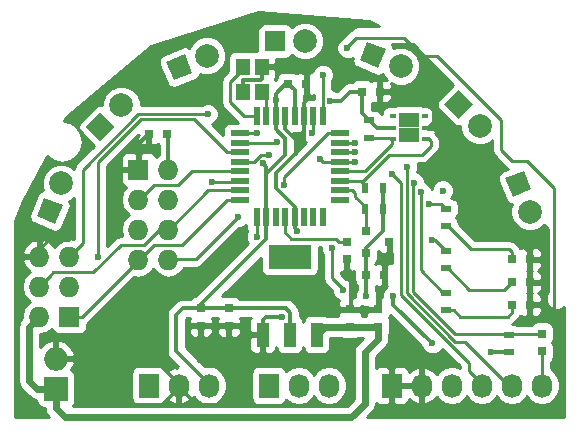
<source format=gtl>
G04 #@! TF.FileFunction,Copper,L1,Top,Signal*
%FSLAX46Y46*%
G04 Gerber Fmt 4.6, Leading zero omitted, Abs format (unit mm)*
G04 Created by KiCad (PCBNEW (2015-05-28 BZR 5690)-product) date Thursday, June 25, 2015 'AMt' 09:08:00 AM*
%MOMM*%
G01*
G04 APERTURE LIST*
%ADD10C,0.100000*%
%ADD11R,0.750000X0.800000*%
%ADD12R,0.800000X0.750000*%
%ADD13R,1.727200X1.727200*%
%ADD14O,1.727200X1.727200*%
%ADD15R,0.797560X0.797560*%
%ADD16R,0.550000X1.600000*%
%ADD17R,1.600000X0.550000*%
%ADD18R,1.727200X2.032000*%
%ADD19O,1.727200X2.032000*%
%ADD20R,0.900000X0.500000*%
%ADD21R,0.500000X0.900000*%
%ADD22R,0.800100X0.800100*%
%ADD23R,0.630000X0.450000*%
%ADD24R,0.850000X1.300000*%
%ADD25R,3.657600X2.032000*%
%ADD26R,1.016000X2.032000*%
%ADD27R,1.200000X1.400000*%
%ADD28C,1.998980*%
%ADD29R,1.699260X1.699260*%
%ADD30O,1.998980X1.998980*%
%ADD31R,1.998980X1.998980*%
%ADD32C,0.600000*%
%ADD33C,0.250000*%
%ADD34C,0.350000*%
%ADD35C,0.310000*%
%ADD36C,0.630000*%
%ADD37C,0.254000*%
G04 APERTURE END LIST*
D10*
D11*
X155956000Y-108369800D03*
X155956000Y-106869800D03*
D12*
X134505000Y-85725000D03*
X136005000Y-85725000D03*
D11*
X139446000Y-99072000D03*
X139446000Y-100572000D03*
D12*
X124194000Y-89916000D03*
X122694000Y-89916000D03*
X141109000Y-101879400D03*
X142609000Y-101879400D03*
X140728000Y-86360000D03*
X142228000Y-86360000D03*
D11*
X142087600Y-106287000D03*
X142087600Y-104787000D03*
X139700000Y-106287000D03*
X139700000Y-104787000D03*
X129463800Y-104710800D03*
X129463800Y-106210800D03*
X127076200Y-104710800D03*
X127076200Y-106210800D03*
D13*
X115951000Y-105410000D03*
D14*
X113411000Y-105410000D03*
X115951000Y-102870000D03*
X113411000Y-102870000D03*
X115951000Y-100330000D03*
X113411000Y-100330000D03*
D15*
X153428700Y-102489000D03*
X154927300Y-102489000D03*
X153428700Y-100558600D03*
X154927300Y-100558600D03*
D16*
X137420000Y-88460000D03*
X136620000Y-88460000D03*
X135820000Y-88460000D03*
X135020000Y-88460000D03*
X134220000Y-88460000D03*
X133420000Y-88460000D03*
X132620000Y-88460000D03*
X131820000Y-88460000D03*
D17*
X130370000Y-89910000D03*
X130370000Y-90710000D03*
X130370000Y-91510000D03*
X130370000Y-92310000D03*
X130370000Y-93110000D03*
X130370000Y-93910000D03*
X130370000Y-94710000D03*
X130370000Y-95510000D03*
D16*
X131820000Y-96960000D03*
X132620000Y-96960000D03*
X133420000Y-96960000D03*
X134220000Y-96960000D03*
X135020000Y-96960000D03*
X135820000Y-96960000D03*
X136620000Y-96960000D03*
X137420000Y-96960000D03*
D17*
X138870000Y-95510000D03*
X138870000Y-94710000D03*
X138870000Y-93910000D03*
X138870000Y-93110000D03*
X138870000Y-92310000D03*
X138870000Y-91510000D03*
X138870000Y-90710000D03*
X138870000Y-89910000D03*
D18*
X143256000Y-111252000D03*
D19*
X145796000Y-111252000D03*
X148336000Y-111252000D03*
X150876000Y-111252000D03*
X153416000Y-111252000D03*
X155956000Y-111252000D03*
D20*
X147828000Y-104890000D03*
X147828000Y-103390000D03*
X147828000Y-101334000D03*
X147828000Y-99834000D03*
X147828000Y-97778000D03*
X147828000Y-96278000D03*
X153162000Y-108446000D03*
X153162000Y-106946000D03*
D21*
X142482000Y-96342200D03*
X140982000Y-96342200D03*
D20*
X141351000Y-90285000D03*
X141351000Y-88785000D03*
D21*
X142482000Y-94513400D03*
X140982000Y-94513400D03*
D22*
X141036040Y-98160800D03*
X141036040Y-100060800D03*
X143035020Y-99110800D03*
D23*
X146037000Y-90373000D03*
X146037000Y-89423000D03*
X146037000Y-88473000D03*
X143357000Y-88473000D03*
X143357000Y-89423000D03*
X143357000Y-90373000D03*
D24*
X144272000Y-88773000D03*
X144272000Y-90073000D03*
X145122000Y-88773000D03*
X145122000Y-90073000D03*
D25*
X134620000Y-100330000D03*
D26*
X134620000Y-106934000D03*
X136906000Y-106934000D03*
X132334000Y-106934000D03*
D18*
X132842000Y-111252000D03*
D19*
X135382000Y-111252000D03*
X137922000Y-111252000D03*
D27*
X132245000Y-86444000D03*
X132245000Y-84244000D03*
X130645000Y-86444000D03*
X130645000Y-84244000D03*
D15*
X153428700Y-104394000D03*
X154927300Y-104394000D03*
D18*
X122682000Y-111252000D03*
D19*
X125222000Y-111252000D03*
X127762000Y-111252000D03*
D10*
G36*
X126381657Y-84762929D02*
X124811746Y-85413208D01*
X124161467Y-83843297D01*
X125731378Y-83193018D01*
X126381657Y-84762929D01*
X126381657Y-84762929D01*
G37*
D28*
X127618216Y-83331097D03*
D29*
X133374060Y-82092800D03*
D28*
X135914060Y-82092800D03*
D10*
G36*
X142114378Y-84370782D02*
X140544467Y-83720503D01*
X141194746Y-82150592D01*
X142764657Y-82800871D01*
X142114378Y-84370782D01*
X142114378Y-84370782D01*
G37*
D28*
X144001216Y-84232703D03*
D10*
G36*
X148902148Y-88661106D02*
X147700590Y-87459548D01*
X148902148Y-86257990D01*
X150103706Y-87459548D01*
X148902148Y-88661106D01*
X148902148Y-88661106D01*
G37*
D28*
X150698200Y-89255600D03*
D10*
G36*
X153508168Y-95283441D02*
X152857889Y-93713530D01*
X154427800Y-93063251D01*
X155078079Y-94633162D01*
X153508168Y-95283441D01*
X153508168Y-95283441D01*
G37*
D28*
X154940000Y-96520000D03*
D10*
G36*
X119767810Y-89332748D02*
X118566252Y-90534306D01*
X117364694Y-89332748D01*
X118566252Y-88131190D01*
X119767810Y-89332748D01*
X119767810Y-89332748D01*
G37*
D28*
X120362304Y-87536696D03*
D10*
G36*
X115409582Y-96010622D02*
X114759303Y-97580533D01*
X113189392Y-96930254D01*
X113839671Y-95360343D01*
X115409582Y-96010622D01*
X115409582Y-96010622D01*
G37*
D28*
X115271503Y-94123784D03*
D30*
X114808000Y-108966000D03*
D31*
X114808000Y-111506000D03*
D14*
X121793000Y-100584000D03*
X124333000Y-100584000D03*
X121793000Y-98044000D03*
X124333000Y-98044000D03*
X121793000Y-95504000D03*
X124333000Y-95504000D03*
D13*
X121793000Y-92964000D03*
D14*
X124333000Y-92964000D03*
D32*
X147565718Y-94742000D03*
X127689454Y-88271197D03*
X137159908Y-92075000D03*
X140157200Y-92303600D03*
X145151020Y-94094014D03*
X133415051Y-87078735D03*
X141083173Y-103632000D03*
X143392990Y-103632000D03*
X132324312Y-92447929D03*
X138045010Y-87122000D03*
X146685000Y-107688676D03*
X151640019Y-108446000D03*
X130810000Y-112522000D03*
X129540000Y-112522000D03*
X118618000Y-112522000D03*
X120142000Y-112522000D03*
X120141990Y-110998000D03*
X118618000Y-110998000D03*
X135247174Y-98180980D03*
X137346785Y-104733172D03*
X133985002Y-105410000D03*
X113284000Y-98806000D03*
X123444000Y-108204000D03*
X121920000Y-108204000D03*
X120650000Y-107442000D03*
X119634004Y-106426000D03*
X119634000Y-104902000D03*
X115824000Y-98806000D03*
X114554002Y-98806000D03*
X112014002Y-98806000D03*
X142240000Y-109220000D03*
X143764000Y-109220000D03*
X147066000Y-109220000D03*
X145288000Y-109220000D03*
X153670000Y-98806000D03*
X156210000Y-103378000D03*
X156210000Y-101600000D03*
X156210000Y-98806000D03*
X131809608Y-98636101D03*
X156718000Y-105409996D03*
X137420000Y-84936541D03*
X139498303Y-82685499D03*
X145733410Y-94869000D03*
X136540244Y-89905844D03*
X146659600Y-98933000D03*
X131851400Y-89865200D03*
X146405600Y-95910400D03*
X133537949Y-90667851D03*
X118364000Y-100361771D03*
X132819151Y-91716849D03*
X138176000Y-99568000D03*
X139106981Y-103124000D03*
X128016000Y-93980000D03*
X140157200Y-91503597D03*
X143301790Y-93381030D03*
X140157200Y-90703594D03*
X144552006Y-92725951D03*
X130199960Y-97019957D03*
X134112000Y-94233996D03*
D33*
X155956000Y-111252000D02*
X155956000Y-108369800D01*
X117094000Y-92964000D02*
X121793000Y-88265000D01*
X121793000Y-88265000D02*
X127635000Y-88265000D01*
X138870000Y-92310000D02*
X137394908Y-92310000D01*
X137394908Y-92310000D02*
X137159908Y-92075000D01*
X140150800Y-92310000D02*
X140157200Y-92303600D01*
X138870000Y-92310000D02*
X140150800Y-92310000D01*
X155956000Y-106869800D02*
X153238200Y-106869800D01*
X145059400Y-103346754D02*
X148582446Y-106869800D01*
X145059400Y-94107000D02*
X145059400Y-103346754D01*
X148582446Y-106869800D02*
X153097800Y-106869800D01*
X145084800Y-94081600D02*
X145059400Y-94107000D01*
X117094000Y-99187000D02*
X115951000Y-100330000D01*
X117094000Y-92964000D02*
X117094000Y-99187000D01*
D34*
X143357000Y-89423000D02*
X141989000Y-89423000D01*
X141989000Y-89423000D02*
X141351000Y-88785000D01*
X140728000Y-86360000D02*
X140728000Y-88162000D01*
X140728000Y-88162000D02*
X141351000Y-88785000D01*
X141109000Y-101879400D02*
X141109000Y-103606173D01*
X141109000Y-103606173D02*
X141083173Y-103632000D01*
X141036040Y-100060800D02*
X141036040Y-101806440D01*
X141036040Y-101806440D02*
X141109000Y-101879400D01*
X151640019Y-108446000D02*
X153162000Y-108446000D01*
X146685000Y-107688676D02*
X143392990Y-104396666D01*
X143392990Y-104396666D02*
X143392990Y-103632000D01*
X129463800Y-104710800D02*
X134284804Y-104710800D01*
X134284804Y-104710800D02*
X134660003Y-105085999D01*
X134660003Y-105085999D02*
X134660003Y-106893997D01*
X134660003Y-106893997D02*
X134620000Y-106934000D01*
X127076200Y-104710800D02*
X129463800Y-104710800D01*
X133415051Y-87078735D02*
X133415051Y-86548949D01*
X133415051Y-86548949D02*
X134239000Y-85725000D01*
X134239000Y-85725000D02*
X134505000Y-85725000D01*
X133420000Y-88460000D02*
X133420000Y-87083684D01*
X133420000Y-87083684D02*
X133415051Y-87078735D01*
X135020000Y-88460000D02*
X135020000Y-86240000D01*
X135020000Y-86240000D02*
X134505000Y-85725000D01*
X138045010Y-87122000D02*
X138938000Y-87122000D01*
X138938000Y-87122000D02*
X139700000Y-86360000D01*
X140728000Y-86360000D02*
X139700000Y-86360000D01*
X142482000Y-96342200D02*
X142482000Y-94513400D01*
X141036040Y-100060800D02*
X141036040Y-99635902D01*
X141036040Y-99635902D02*
X142482000Y-98189942D01*
X142482000Y-98189942D02*
X142482000Y-97142200D01*
X142482000Y-97142200D02*
X142482000Y-96342200D01*
X124333000Y-92964000D02*
X124333000Y-90055000D01*
X124333000Y-90055000D02*
X124194000Y-89916000D01*
X133420000Y-89519546D02*
X133420000Y-88460000D01*
X134212950Y-91732504D02*
X134212950Y-90312496D01*
X134212950Y-90312496D02*
X133420000Y-89519546D01*
X127076200Y-104710800D02*
X127076200Y-104368511D01*
X127076200Y-104368511D02*
X132620000Y-98824711D01*
X132620000Y-98824711D02*
X132620000Y-96960000D01*
X127076200Y-104710800D02*
X125540200Y-104710800D01*
X125540200Y-104710800D02*
X124993400Y-105257600D01*
X124993400Y-105257600D02*
X124993400Y-108331000D01*
X124993400Y-108331000D02*
X127762000Y-111099600D01*
X127762000Y-111099600D02*
X127762000Y-111252000D01*
D35*
X134505000Y-85725000D02*
X134480000Y-85725000D01*
X133420000Y-89570000D02*
X133420000Y-88460000D01*
X134192950Y-90342950D02*
X133420000Y-89570000D01*
X134192950Y-90397050D02*
X134192950Y-90870974D01*
X134192950Y-90870974D02*
X134192950Y-90342950D01*
X132620000Y-96960000D02*
X132588000Y-96928000D01*
D33*
X133420000Y-86959004D02*
X133420000Y-87027208D01*
D35*
X151648149Y-108447851D02*
X151638000Y-108458000D01*
X146685000Y-107695025D02*
X146667844Y-107712181D01*
X153162000Y-108446000D02*
X153150000Y-108458000D01*
D34*
X132620000Y-93325454D02*
X134212950Y-91732504D01*
X132620000Y-96960000D02*
X132620000Y-93325454D01*
X132624311Y-93321143D02*
X132620000Y-93325454D01*
X132624311Y-92747928D02*
X132624311Y-93321143D01*
X132324312Y-92447929D02*
X132624311Y-92747928D01*
D33*
X129240001Y-112821999D02*
X129540000Y-112522000D01*
X126639599Y-112821999D02*
X129240001Y-112821999D01*
X125222000Y-111404400D02*
X126639599Y-112821999D01*
X123804401Y-112821999D02*
X120441999Y-112821999D01*
X125222000Y-111404400D02*
X123804401Y-112821999D01*
X120441999Y-112821999D02*
X120142000Y-112522000D01*
X118618000Y-110998000D02*
X120141990Y-110998000D01*
X125222000Y-111252000D02*
X125222000Y-111404400D01*
D34*
X139446000Y-100572000D02*
X139446000Y-101322000D01*
X139446000Y-101322000D02*
X139781982Y-101657982D01*
X139781982Y-101657982D02*
X139781982Y-104705018D01*
X139781982Y-104705018D02*
X139700000Y-104787000D01*
X136017000Y-87113000D02*
X136005000Y-87101000D01*
X136005000Y-87101000D02*
X136005000Y-85725000D01*
X135820000Y-88460000D02*
X135820000Y-87310000D01*
X135820000Y-87310000D02*
X136017000Y-87113000D01*
X127076200Y-106210800D02*
X129463800Y-106210800D01*
X130645000Y-86444000D02*
X130645000Y-85394000D01*
X130645000Y-85394000D02*
X130670001Y-85368999D01*
X130670001Y-85368999D02*
X132170001Y-85368999D01*
X132170001Y-85368999D02*
X132245000Y-85294000D01*
X132245000Y-85294000D02*
X132245000Y-84244000D01*
X132245000Y-84244000D02*
X135249000Y-84244000D01*
X135249000Y-84244000D02*
X136005000Y-85000000D01*
X136005000Y-85000000D02*
X136005000Y-85725000D01*
X142228000Y-86360000D02*
X145139002Y-86360000D01*
X145139002Y-86360000D02*
X146812000Y-88032998D01*
X146812000Y-88032998D02*
X146812000Y-88900000D01*
X146812000Y-88900000D02*
X146289000Y-89423000D01*
X146289000Y-89423000D02*
X146037000Y-89423000D01*
X139700000Y-104787000D02*
X137400613Y-104787000D01*
X137400613Y-104787000D02*
X137346785Y-104733172D01*
X135020000Y-96960000D02*
X135020000Y-97953806D01*
X135020000Y-97953806D02*
X135247174Y-98180980D01*
X133436999Y-93286285D02*
X135163575Y-91559709D01*
X135163575Y-91559709D02*
X135820000Y-90903284D01*
X134220000Y-88460000D02*
X134220000Y-89541716D01*
X134220000Y-89541716D02*
X135163575Y-90485291D01*
X135163575Y-90485291D02*
X135163575Y-91559709D01*
X135820000Y-90903284D02*
X135820000Y-88460000D01*
X135020000Y-96960000D02*
X135020000Y-96140998D01*
X135020000Y-96140998D02*
X133436999Y-94557997D01*
X133436999Y-94557997D02*
X133436999Y-93286285D01*
X133436999Y-93286285D02*
X133471141Y-93252143D01*
X121793000Y-92964000D02*
X121793000Y-90817000D01*
X121793000Y-90817000D02*
X122694000Y-89916000D01*
X132334000Y-106934000D02*
X132334000Y-105664000D01*
X132334000Y-105664000D02*
X132588000Y-105410000D01*
X132588000Y-105410000D02*
X133560738Y-105410000D01*
X133560738Y-105410000D02*
X133985002Y-105410000D01*
D33*
X132245000Y-84244000D02*
X132245000Y-84558998D01*
X130645000Y-86158998D02*
X130645000Y-86444000D01*
X122669000Y-89916000D02*
X122694000Y-89916000D01*
X137370413Y-104821445D02*
X137387510Y-104838542D01*
X137370413Y-104786815D02*
X137370413Y-104821445D01*
D35*
X139688000Y-104775000D02*
X139700000Y-104787000D01*
X137370413Y-104786815D02*
X137382228Y-104775000D01*
X135020000Y-96960000D02*
X135001000Y-96979000D01*
X135020000Y-96960000D02*
X135020000Y-96111398D01*
X114808000Y-109220000D02*
X115062000Y-108966000D01*
D34*
X123088400Y-108966000D02*
X123374997Y-109252597D01*
D33*
X113411000Y-98933000D02*
X113284000Y-98806000D01*
X113411000Y-100330000D02*
X113411000Y-98933000D01*
D34*
X125222000Y-111099600D02*
X125222000Y-111252000D01*
X123088400Y-108966000D02*
X125222000Y-111099600D01*
X122517827Y-108966000D02*
X123088400Y-108966000D01*
X114808000Y-108966000D02*
X122517827Y-108966000D01*
D33*
X123444000Y-108204000D02*
X121920000Y-108204000D01*
X120142000Y-107442000D02*
X119933999Y-107233999D01*
X120650000Y-107442000D02*
X120142000Y-107442000D01*
X119933999Y-107233999D02*
X119634004Y-106934004D01*
X119634004Y-106934004D02*
X119634004Y-106850264D01*
X119634004Y-106850264D02*
X119634004Y-106426000D01*
X114300000Y-98806000D02*
X114554002Y-98806000D01*
X113411000Y-99695000D02*
X114300000Y-98806000D01*
X113411000Y-100330000D02*
X113411000Y-99695000D01*
X142490000Y-109220000D02*
X142240000Y-109220000D01*
X143256000Y-109986000D02*
X142490000Y-109220000D01*
X143256000Y-111252000D02*
X143256000Y-109986000D01*
X143764000Y-109220000D02*
X145288000Y-109220000D01*
X154927300Y-100063300D02*
X153670000Y-98806000D01*
X154927300Y-100558600D02*
X154927300Y-100063300D01*
X156210000Y-101600000D02*
X156210000Y-98806000D01*
X139446000Y-99072000D02*
X138821000Y-99072000D01*
X134747000Y-98806000D02*
X134220000Y-98279000D01*
X138821000Y-99072000D02*
X138555000Y-98806000D01*
X138555000Y-98806000D02*
X134747000Y-98806000D01*
X134220000Y-98279000D02*
X134220000Y-96960000D01*
D36*
X140970000Y-112776000D02*
X140970000Y-108434600D01*
X139827000Y-113919000D02*
X140970000Y-112776000D01*
X140970000Y-108434600D02*
X142087600Y-107317000D01*
X142087600Y-107317000D02*
X142087600Y-106287000D01*
X114808000Y-111506000D02*
X114808000Y-113135490D01*
X114808000Y-113135490D02*
X115591510Y-113919000D01*
X115591510Y-113919000D02*
X139827000Y-113919000D01*
D35*
X113411000Y-105183990D02*
X113085174Y-105183990D01*
X114053620Y-111760000D02*
X114808000Y-111760000D01*
D36*
X142087600Y-106287000D02*
X139700000Y-106287000D01*
X137553000Y-106287000D02*
X136906000Y-106934000D01*
X142087600Y-106287000D02*
X137553000Y-106287000D01*
X112547401Y-106273599D02*
X113411000Y-105410000D01*
X112547401Y-110874891D02*
X112547401Y-106273599D01*
X113178510Y-111506000D02*
X112547401Y-110874891D01*
X114808000Y-111506000D02*
X113178510Y-111506000D01*
D33*
X130370000Y-95510000D02*
X129320000Y-95510000D01*
X129320000Y-95510000D02*
X125485401Y-99344599D01*
X125485401Y-99344599D02*
X123083201Y-99344599D01*
X123083201Y-99344599D02*
X122758199Y-99669601D01*
X122758199Y-99669601D02*
X121894600Y-100533200D01*
X117017800Y-105410000D02*
X115951000Y-105410000D01*
X121894600Y-100533200D02*
X117017800Y-105410000D01*
X131820000Y-96960000D02*
X131820000Y-98625709D01*
X131820000Y-98625709D02*
X131809608Y-98636101D01*
X131820000Y-96960000D02*
X131820000Y-97485000D01*
X130370000Y-94710000D02*
X127717800Y-94710000D01*
X127717800Y-94710000D02*
X124434600Y-97993200D01*
X114599601Y-101681399D02*
X114274599Y-102006401D01*
X114274599Y-102006401D02*
X113411000Y-102870000D01*
X117969374Y-101681399D02*
X114599601Y-101681399D01*
X120306174Y-99344599D02*
X117969374Y-101681399D01*
X122302331Y-99344599D02*
X120306174Y-99344599D01*
X123653730Y-97993200D02*
X122302331Y-99344599D01*
X124434600Y-97993200D02*
X123653730Y-97993200D01*
X147828000Y-101334000D02*
X148028000Y-101334000D01*
X148028000Y-101334000D02*
X149818000Y-103124000D01*
X149818000Y-103124000D02*
X152781000Y-103124000D01*
X152781000Y-103124000D02*
X153416000Y-102489000D01*
X147828000Y-97778000D02*
X148028000Y-97778000D01*
X148028000Y-97778000D02*
X149945000Y-99695000D01*
X149945000Y-99695000D02*
X153213880Y-99695000D01*
X153213880Y-99695000D02*
X153428700Y-99909820D01*
X153428700Y-99909820D02*
X153428700Y-100558600D01*
X154312439Y-92202000D02*
X154686000Y-92202000D01*
X154686000Y-92202000D02*
X157017999Y-94533999D01*
X157017999Y-94533999D02*
X157017999Y-105109997D01*
X157017999Y-105109997D02*
X156718000Y-105409996D01*
X154312439Y-92202000D02*
X154559000Y-92202000D01*
X137420000Y-84753800D02*
X137420000Y-84936541D01*
X137420000Y-88460000D02*
X137420000Y-84936541D01*
X152527000Y-91313000D02*
X153416000Y-92202000D01*
X147066000Y-83312000D02*
X152527000Y-88773000D01*
X145796000Y-83312000D02*
X147066000Y-83312000D01*
X144272000Y-81788000D02*
X145796000Y-83312000D01*
X140208000Y-81788000D02*
X144272000Y-81788000D01*
X153416000Y-92202000D02*
X154312439Y-92202000D01*
X152527000Y-88773000D02*
X152527000Y-91313000D01*
X139446000Y-82550000D02*
X140208000Y-81788000D01*
X136620000Y-89826088D02*
X136540244Y-89905844D01*
X136620000Y-88460000D02*
X136620000Y-89826088D01*
X147628000Y-103390000D02*
X147828000Y-103390000D01*
X145745200Y-101507200D02*
X147628000Y-103390000D01*
X145745200Y-95072200D02*
X145745200Y-101507200D01*
X145542000Y-94869000D02*
X145745200Y-95072200D01*
X146659600Y-98933000D02*
X146927000Y-98933000D01*
X146927000Y-98933000D02*
X147828000Y-99834000D01*
X130370000Y-89910000D02*
X131806600Y-89910000D01*
X131806600Y-89910000D02*
X131851400Y-89865200D01*
X146405600Y-95910400D02*
X147460400Y-95910400D01*
X147460400Y-95910400D02*
X147828000Y-96278000D01*
X130370000Y-90710000D02*
X133495800Y-90710000D01*
X133495800Y-90710000D02*
X133537949Y-90667851D01*
X118364000Y-92330410D02*
X118364000Y-100330000D01*
X121979400Y-88715010D02*
X118364000Y-92330410D01*
X126525010Y-88715010D02*
X121979400Y-88715010D01*
X129320000Y-91510000D02*
X126525010Y-88715010D01*
X130370000Y-91510000D02*
X129320000Y-91510000D01*
X132148149Y-91716849D02*
X132819151Y-91716849D01*
X131554998Y-92310000D02*
X132148149Y-91716849D01*
X130370000Y-92310000D02*
X131554998Y-92310000D01*
X138176000Y-102108000D02*
X139192000Y-103124000D01*
X138176000Y-99568000D02*
X138176000Y-102108000D01*
X139192000Y-103124000D02*
X139106981Y-103124000D01*
X130370000Y-93110000D02*
X126346000Y-93110000D01*
X126346000Y-93110000D02*
X125191401Y-94264599D01*
X123083201Y-94264599D02*
X122758199Y-94589601D01*
X125191401Y-94264599D02*
X123083201Y-94264599D01*
X122758199Y-94589601D02*
X121894600Y-95453200D01*
X130370000Y-93910000D02*
X130300000Y-93980000D01*
X130300000Y-93980000D02*
X128016000Y-93980000D01*
X141032800Y-96367600D02*
X141032800Y-98132160D01*
X141032800Y-98132160D02*
X141086840Y-98186200D01*
X140144500Y-94934500D02*
X140144500Y-95279300D01*
X140144500Y-95279300D02*
X141032800Y-96167600D01*
X141032800Y-96167600D02*
X141032800Y-96367600D01*
X138870000Y-94710000D02*
X139920000Y-94710000D01*
X139920000Y-94710000D02*
X140144500Y-94934500D01*
X138870000Y-93910000D02*
X140480200Y-93910000D01*
X140982000Y-94313400D02*
X140982000Y-94513400D01*
X140578600Y-93910000D02*
X140982000Y-94313400D01*
X138870000Y-93910000D02*
X140578600Y-93910000D01*
X146558000Y-90551000D02*
X146304000Y-90297000D01*
X146558000Y-90932000D02*
X146558000Y-90551000D01*
X143003410Y-91694000D02*
X145796000Y-91694000D01*
X145796000Y-91694000D02*
X146558000Y-90932000D01*
X140787410Y-93910000D02*
X143003410Y-91694000D01*
X138870000Y-93910000D02*
X140787410Y-93910000D01*
X143244000Y-90285000D02*
X141351000Y-90285000D01*
X143251000Y-90292000D02*
X143244000Y-90285000D01*
X143251000Y-90810000D02*
X143251000Y-90292000D01*
X138870000Y-93110000D02*
X140951000Y-93110000D01*
X140951000Y-93110000D02*
X143251000Y-90810000D01*
X140150797Y-91510000D02*
X140157200Y-91503597D01*
X138870000Y-91510000D02*
X140150797Y-91510000D01*
X150876000Y-111099600D02*
X150876000Y-111252000D01*
X143301790Y-93381030D02*
X144018000Y-94097240D01*
X144018000Y-94097240D02*
X144018000Y-103578174D01*
X144018000Y-103578174D02*
X149762400Y-109322574D01*
X149762400Y-109322574D02*
X149762400Y-109986000D01*
X149762400Y-109986000D02*
X150876000Y-111099600D01*
X144362463Y-92725951D02*
X144526000Y-92889488D01*
X148645236Y-107569000D02*
X149479000Y-107569000D01*
X149479000Y-107569000D02*
X153162000Y-111252000D01*
X144526000Y-92889488D02*
X144526000Y-103449764D01*
X144526000Y-103449764D02*
X148645236Y-107569000D01*
X153162000Y-111252000D02*
X153416000Y-111252000D01*
X140150794Y-90710000D02*
X140157200Y-90703594D01*
X138870000Y-90710000D02*
X140150794Y-90710000D01*
X126686717Y-100533200D02*
X130199960Y-97019957D01*
X124434600Y-100533200D02*
X126686717Y-100533200D01*
X138870000Y-89910000D02*
X137820000Y-89910000D01*
X137820000Y-89910000D02*
X134112000Y-93618000D01*
X134112000Y-93618000D02*
X134112000Y-93809732D01*
X134112000Y-93809732D02*
X134112000Y-94233996D01*
X132620000Y-86692000D02*
X132372000Y-86444000D01*
X132620000Y-88460000D02*
X132620000Y-86692000D01*
X130772000Y-84244000D02*
X130772000Y-84344000D01*
X129540000Y-85576000D02*
X129540000Y-87224002D01*
X130772000Y-84344000D02*
X129540000Y-85576000D01*
X129540000Y-87224002D02*
X130775998Y-88460000D01*
X130775998Y-88460000D02*
X131295000Y-88460000D01*
X131295000Y-88460000D02*
X131820000Y-88460000D01*
X153428700Y-105042780D02*
X153428700Y-104394000D01*
X153061480Y-105410000D02*
X153428700Y-105042780D01*
X149048000Y-105410000D02*
X153061480Y-105410000D01*
X148528000Y-104890000D02*
X149048000Y-105410000D01*
X147828000Y-104890000D02*
X148528000Y-104890000D01*
D37*
G36*
X123523000Y-91708146D02*
X123273330Y-91874971D01*
X123259263Y-91896023D01*
X123194927Y-91740702D01*
X123016299Y-91562073D01*
X122782910Y-91465400D01*
X122567000Y-91465400D01*
X122530291Y-91465400D01*
X122078750Y-91465400D01*
X121920000Y-91624150D01*
X121920000Y-92837000D01*
X121940000Y-92837000D01*
X121940000Y-93091000D01*
X121920000Y-93091000D01*
X121920000Y-93111000D01*
X121666000Y-93111000D01*
X121666000Y-93091000D01*
X121666000Y-92837000D01*
X121666000Y-91624150D01*
X121507250Y-91465400D01*
X121055709Y-91465400D01*
X120803090Y-91465400D01*
X120569701Y-91562073D01*
X120391073Y-91740702D01*
X120294400Y-91974091D01*
X120294400Y-92678250D01*
X120453150Y-92837000D01*
X121666000Y-92837000D01*
X121666000Y-93091000D01*
X120453150Y-93091000D01*
X120294400Y-93249750D01*
X120294400Y-93953909D01*
X120391073Y-94187298D01*
X120569701Y-94365927D01*
X120723526Y-94429643D01*
X120408474Y-94901152D01*
X120294400Y-95474641D01*
X120294400Y-95533359D01*
X120408474Y-96106848D01*
X120733330Y-96593029D01*
X121004172Y-96774000D01*
X120733330Y-96954971D01*
X120408474Y-97441152D01*
X120294400Y-98014641D01*
X120294400Y-98073359D01*
X120396091Y-98584599D01*
X120306174Y-98584599D01*
X120015334Y-98642451D01*
X119768773Y-98807198D01*
X119124000Y-99451971D01*
X119124000Y-92645212D01*
X121726210Y-90043002D01*
X121817748Y-90043002D01*
X121659000Y-90201750D01*
X121659000Y-90417310D01*
X121755673Y-90650699D01*
X121934302Y-90829327D01*
X122167691Y-90926000D01*
X122408250Y-90926000D01*
X122567000Y-90767250D01*
X122567000Y-90043000D01*
X122547000Y-90043000D01*
X122547000Y-89789000D01*
X122567000Y-89789000D01*
X122567000Y-89769000D01*
X122821000Y-89769000D01*
X122821000Y-89789000D01*
X122841000Y-89789000D01*
X122841000Y-90043000D01*
X122821000Y-90043000D01*
X122821000Y-90767250D01*
X122979750Y-90926000D01*
X123220309Y-90926000D01*
X123453698Y-90829327D01*
X123454980Y-90828044D01*
X123523000Y-90873958D01*
X123523000Y-91708146D01*
X123523000Y-91708146D01*
G37*
X123523000Y-91708146D02*
X123273330Y-91874971D01*
X123259263Y-91896023D01*
X123194927Y-91740702D01*
X123016299Y-91562073D01*
X122782910Y-91465400D01*
X122567000Y-91465400D01*
X122530291Y-91465400D01*
X122078750Y-91465400D01*
X121920000Y-91624150D01*
X121920000Y-92837000D01*
X121940000Y-92837000D01*
X121940000Y-93091000D01*
X121920000Y-93091000D01*
X121920000Y-93111000D01*
X121666000Y-93111000D01*
X121666000Y-93091000D01*
X121666000Y-92837000D01*
X121666000Y-91624150D01*
X121507250Y-91465400D01*
X121055709Y-91465400D01*
X120803090Y-91465400D01*
X120569701Y-91562073D01*
X120391073Y-91740702D01*
X120294400Y-91974091D01*
X120294400Y-92678250D01*
X120453150Y-92837000D01*
X121666000Y-92837000D01*
X121666000Y-93091000D01*
X120453150Y-93091000D01*
X120294400Y-93249750D01*
X120294400Y-93953909D01*
X120391073Y-94187298D01*
X120569701Y-94365927D01*
X120723526Y-94429643D01*
X120408474Y-94901152D01*
X120294400Y-95474641D01*
X120294400Y-95533359D01*
X120408474Y-96106848D01*
X120733330Y-96593029D01*
X121004172Y-96774000D01*
X120733330Y-96954971D01*
X120408474Y-97441152D01*
X120294400Y-98014641D01*
X120294400Y-98073359D01*
X120396091Y-98584599D01*
X120306174Y-98584599D01*
X120015334Y-98642451D01*
X119768773Y-98807198D01*
X119124000Y-99451971D01*
X119124000Y-92645212D01*
X121726210Y-90043002D01*
X121817748Y-90043002D01*
X121659000Y-90201750D01*
X121659000Y-90417310D01*
X121755673Y-90650699D01*
X121934302Y-90829327D01*
X122167691Y-90926000D01*
X122408250Y-90926000D01*
X122567000Y-90767250D01*
X122567000Y-90043000D01*
X122547000Y-90043000D01*
X122547000Y-89789000D01*
X122567000Y-89789000D01*
X122567000Y-89769000D01*
X122821000Y-89769000D01*
X122821000Y-89789000D01*
X122841000Y-89789000D01*
X122841000Y-90043000D01*
X122821000Y-90043000D01*
X122821000Y-90767250D01*
X122979750Y-90926000D01*
X123220309Y-90926000D01*
X123453698Y-90829327D01*
X123454980Y-90828044D01*
X123523000Y-90873958D01*
X123523000Y-91708146D01*
G36*
X130792000Y-86571000D02*
X130772000Y-86571000D01*
X130772000Y-86591000D01*
X130518000Y-86591000D01*
X130518000Y-86571000D01*
X130498000Y-86571000D01*
X130498000Y-86317000D01*
X130518000Y-86317000D01*
X130518000Y-86297000D01*
X130772000Y-86297000D01*
X130772000Y-86317000D01*
X130792000Y-86317000D01*
X130792000Y-86571000D01*
X130792000Y-86571000D01*
G37*
X130792000Y-86571000D02*
X130772000Y-86571000D01*
X130772000Y-86591000D01*
X130518000Y-86591000D01*
X130518000Y-86571000D01*
X130498000Y-86571000D01*
X130498000Y-86317000D01*
X130518000Y-86317000D01*
X130518000Y-86297000D01*
X130772000Y-86297000D01*
X130772000Y-86317000D01*
X130792000Y-86317000D01*
X130792000Y-86571000D01*
G36*
X135983562Y-90671635D02*
X135022950Y-91632248D01*
X135022950Y-90312496D01*
X134961293Y-90002523D01*
X134961292Y-90002522D01*
X134897760Y-89907440D01*
X135295000Y-89907440D01*
X135399686Y-89887128D01*
X135418690Y-89895000D01*
X135534250Y-89895000D01*
X135605314Y-89823935D01*
X135605252Y-89895000D01*
X135605082Y-90091011D01*
X135747127Y-90434787D01*
X135983562Y-90671635D01*
X135983562Y-90671635D01*
G37*
X135983562Y-90671635D02*
X135022950Y-91632248D01*
X135022950Y-90312496D01*
X134961293Y-90002523D01*
X134961292Y-90002522D01*
X134897760Y-89907440D01*
X135295000Y-89907440D01*
X135399686Y-89887128D01*
X135418690Y-89895000D01*
X135534250Y-89895000D01*
X135605314Y-89823935D01*
X135605252Y-89895000D01*
X135605082Y-90091011D01*
X135747127Y-90434787D01*
X135983562Y-90671635D01*
G36*
X140299000Y-103093667D02*
X140290981Y-103101673D01*
X140148335Y-103445201D01*
X140148067Y-103752000D01*
X139985750Y-103752000D01*
X139827002Y-103910748D01*
X139827002Y-103752000D01*
X139801329Y-103752000D01*
X139899173Y-103654327D01*
X140041819Y-103310799D01*
X140042143Y-102938833D01*
X139900098Y-102595057D01*
X139637308Y-102331808D01*
X139359078Y-102216276D01*
X138936000Y-101793198D01*
X138936000Y-101603400D01*
X138944690Y-101607000D01*
X139160250Y-101607000D01*
X139319000Y-101448250D01*
X139319000Y-100699000D01*
X139299000Y-100699000D01*
X139299000Y-100445000D01*
X139319000Y-100445000D01*
X139319000Y-100425000D01*
X139573000Y-100425000D01*
X139573000Y-100445000D01*
X139593000Y-100445000D01*
X139593000Y-100699000D01*
X139573000Y-100699000D01*
X139573000Y-101448250D01*
X139731750Y-101607000D01*
X139947310Y-101607000D01*
X140061560Y-101559676D01*
X140061560Y-102254400D01*
X140108537Y-102496523D01*
X140248327Y-102709327D01*
X140299000Y-102743531D01*
X140299000Y-103093667D01*
X140299000Y-103093667D01*
G37*
X140299000Y-103093667D02*
X140290981Y-103101673D01*
X140148335Y-103445201D01*
X140148067Y-103752000D01*
X139985750Y-103752000D01*
X139827002Y-103910748D01*
X139827002Y-103752000D01*
X139801329Y-103752000D01*
X139899173Y-103654327D01*
X140041819Y-103310799D01*
X140042143Y-102938833D01*
X139900098Y-102595057D01*
X139637308Y-102331808D01*
X139359078Y-102216276D01*
X138936000Y-101793198D01*
X138936000Y-101603400D01*
X138944690Y-101607000D01*
X139160250Y-101607000D01*
X139319000Y-101448250D01*
X139319000Y-100699000D01*
X139299000Y-100699000D01*
X139299000Y-100445000D01*
X139319000Y-100445000D01*
X139319000Y-100425000D01*
X139573000Y-100425000D01*
X139573000Y-100445000D01*
X139593000Y-100445000D01*
X139593000Y-100699000D01*
X139573000Y-100699000D01*
X139573000Y-101448250D01*
X139731750Y-101607000D01*
X139947310Y-101607000D01*
X140061560Y-101559676D01*
X140061560Y-102254400D01*
X140108537Y-102496523D01*
X140248327Y-102709327D01*
X140299000Y-102743531D01*
X140299000Y-103093667D01*
G36*
X140824098Y-107237000D02*
X140298249Y-107762849D01*
X140092314Y-108071050D01*
X140080316Y-108131366D01*
X140020000Y-108434600D01*
X140020000Y-112382497D01*
X139433497Y-112969000D01*
X139420600Y-112969000D01*
X139420600Y-111436745D01*
X139420600Y-111067255D01*
X139306526Y-110493766D01*
X138981670Y-110007585D01*
X138495489Y-109682729D01*
X137922000Y-109568655D01*
X137348511Y-109682729D01*
X136862330Y-110007585D01*
X136652000Y-110322365D01*
X136441670Y-110007585D01*
X135955489Y-109682729D01*
X135382000Y-109568655D01*
X134808511Y-109682729D01*
X134322330Y-110007585D01*
X134311784Y-110023367D01*
X134306063Y-109993877D01*
X134166273Y-109781073D01*
X133955240Y-109638623D01*
X133705600Y-109588560D01*
X132207000Y-109588560D01*
X132207000Y-108426250D01*
X132207000Y-107061000D01*
X131349750Y-107061000D01*
X131191000Y-107219750D01*
X131191000Y-107823691D01*
X131191000Y-108076310D01*
X131287673Y-108309699D01*
X131466302Y-108488327D01*
X131699691Y-108585000D01*
X132048250Y-108585000D01*
X132207000Y-108426250D01*
X132207000Y-109588560D01*
X131978400Y-109588560D01*
X131736277Y-109635537D01*
X131523473Y-109775327D01*
X131381023Y-109986360D01*
X131330960Y-110236000D01*
X131330960Y-112268000D01*
X131377937Y-112510123D01*
X131517727Y-112722927D01*
X131728760Y-112865377D01*
X131978400Y-112915440D01*
X133705600Y-112915440D01*
X133947723Y-112868463D01*
X134160527Y-112728673D01*
X134302977Y-112517640D01*
X134310718Y-112479037D01*
X134322330Y-112496415D01*
X134808511Y-112821271D01*
X135382000Y-112935345D01*
X135955489Y-112821271D01*
X136441670Y-112496415D01*
X136652000Y-112181634D01*
X136862330Y-112496415D01*
X137348511Y-112821271D01*
X137922000Y-112935345D01*
X138495489Y-112821271D01*
X138981670Y-112496415D01*
X139306526Y-112010234D01*
X139420600Y-111436745D01*
X139420600Y-112969000D01*
X130473800Y-112969000D01*
X130473800Y-106737109D01*
X130473800Y-106496550D01*
X130315050Y-106337800D01*
X129590800Y-106337800D01*
X129590800Y-107087050D01*
X129749550Y-107245800D01*
X129965110Y-107245800D01*
X130198499Y-107149127D01*
X130377127Y-106970498D01*
X130473800Y-106737109D01*
X130473800Y-112969000D01*
X129336800Y-112969000D01*
X129336800Y-107087050D01*
X129336800Y-106337800D01*
X128612550Y-106337800D01*
X128453800Y-106496550D01*
X128453800Y-106737109D01*
X128550473Y-106970498D01*
X128729101Y-107149127D01*
X128962490Y-107245800D01*
X129178050Y-107245800D01*
X129336800Y-107087050D01*
X129336800Y-112969000D01*
X125095000Y-112969000D01*
X116258098Y-112969000D01*
X116262417Y-112966163D01*
X116404867Y-112755130D01*
X116454930Y-112505490D01*
X116454930Y-110506510D01*
X116407953Y-110264387D01*
X116268163Y-110051583D01*
X116110256Y-109944993D01*
X116131068Y-109925726D01*
X116397627Y-109346355D01*
X116397627Y-108585645D01*
X116131068Y-108006274D01*
X115663084Y-107573013D01*
X115188354Y-107376381D01*
X114935000Y-107495735D01*
X114935000Y-108839000D01*
X116278807Y-108839000D01*
X116397627Y-108585645D01*
X116397627Y-109346355D01*
X116278807Y-109093000D01*
X114935000Y-109093000D01*
X114935000Y-109113000D01*
X114681000Y-109113000D01*
X114681000Y-109093000D01*
X114661000Y-109093000D01*
X114661000Y-108839000D01*
X114681000Y-108839000D01*
X114681000Y-107495735D01*
X114427646Y-107376381D01*
X113952916Y-107573013D01*
X113497401Y-107994730D01*
X113497401Y-106920772D01*
X113984489Y-106823885D01*
X114470670Y-106499029D01*
X114480766Y-106483918D01*
X114486937Y-106515723D01*
X114626727Y-106728527D01*
X114837760Y-106870977D01*
X115087400Y-106921040D01*
X116814600Y-106921040D01*
X117056723Y-106874063D01*
X117269527Y-106734273D01*
X117411977Y-106523240D01*
X117462040Y-106273600D01*
X117462040Y-106009649D01*
X117555201Y-105947401D01*
X121457398Y-102045203D01*
X121793000Y-102111959D01*
X122366489Y-101997885D01*
X122852670Y-101673029D01*
X123063000Y-101358248D01*
X123273330Y-101673029D01*
X123759511Y-101997885D01*
X124333000Y-102111959D01*
X124906489Y-101997885D01*
X125392670Y-101673029D01*
X125646463Y-101293200D01*
X126686717Y-101293200D01*
X126977556Y-101235348D01*
X127224118Y-101070601D01*
X130339639Y-97955079D01*
X130385127Y-97955119D01*
X130728903Y-97813074D01*
X130897560Y-97644711D01*
X130897560Y-97760000D01*
X130944537Y-98002123D01*
X131015560Y-98110242D01*
X130874770Y-98449302D01*
X130874446Y-98821268D01*
X131016491Y-99165044D01*
X131075271Y-99223926D01*
X126620104Y-103679094D01*
X126459077Y-103710337D01*
X126246273Y-103850127D01*
X126212068Y-103900800D01*
X125540200Y-103900800D01*
X125230226Y-103962458D01*
X125124970Y-104032787D01*
X124967444Y-104138043D01*
X124420644Y-104684844D01*
X124245058Y-104947626D01*
X124183400Y-105257600D01*
X124183400Y-108331000D01*
X124245058Y-108640974D01*
X124420644Y-108903756D01*
X125117888Y-109601000D01*
X125094998Y-109601000D01*
X125094998Y-109765781D01*
X124862974Y-109644642D01*
X124847209Y-109647291D01*
X124319964Y-109901268D01*
X124162326Y-110077701D01*
X124146063Y-109993877D01*
X124006273Y-109781073D01*
X123795240Y-109638623D01*
X123545600Y-109588560D01*
X121818400Y-109588560D01*
X121576277Y-109635537D01*
X121363473Y-109775327D01*
X121221023Y-109986360D01*
X121170960Y-110236000D01*
X121170960Y-112268000D01*
X121217937Y-112510123D01*
X121357727Y-112722927D01*
X121568760Y-112865377D01*
X121818400Y-112915440D01*
X123545600Y-112915440D01*
X123787723Y-112868463D01*
X124000527Y-112728673D01*
X124142977Y-112517640D01*
X124161483Y-112425354D01*
X124319964Y-112602732D01*
X124847209Y-112856709D01*
X124862974Y-112859358D01*
X125095000Y-112738217D01*
X125095000Y-111379000D01*
X125075000Y-111379000D01*
X125075000Y-111125000D01*
X125095000Y-111125000D01*
X125095000Y-111105000D01*
X125349000Y-111105000D01*
X125349000Y-111125000D01*
X125369000Y-111125000D01*
X125369000Y-111379000D01*
X125349000Y-111379000D01*
X125349000Y-112738217D01*
X125581026Y-112859358D01*
X125596791Y-112856709D01*
X126124036Y-112602732D01*
X126495539Y-112186930D01*
X126702330Y-112496415D01*
X127188511Y-112821271D01*
X127762000Y-112935345D01*
X128335489Y-112821271D01*
X128821670Y-112496415D01*
X129146526Y-112010234D01*
X129260600Y-111436745D01*
X129260600Y-111067255D01*
X129146526Y-110493766D01*
X128821670Y-110007585D01*
X128335489Y-109682729D01*
X128086200Y-109633142D01*
X128086200Y-106737109D01*
X128086200Y-106496550D01*
X127927450Y-106337800D01*
X127203200Y-106337800D01*
X127203200Y-107087050D01*
X127361950Y-107245800D01*
X127577510Y-107245800D01*
X127810899Y-107149127D01*
X127989527Y-106970498D01*
X128086200Y-106737109D01*
X128086200Y-109633142D01*
X127762000Y-109568655D01*
X127440514Y-109632602D01*
X126949200Y-109141287D01*
X126949200Y-107087050D01*
X126949200Y-106337800D01*
X126224950Y-106337800D01*
X126066200Y-106496550D01*
X126066200Y-106737109D01*
X126162873Y-106970498D01*
X126341501Y-107149127D01*
X126574890Y-107245800D01*
X126790450Y-107245800D01*
X126949200Y-107087050D01*
X126949200Y-109141287D01*
X125803400Y-107995487D01*
X125803400Y-105593112D01*
X125875712Y-105520800D01*
X126134003Y-105520800D01*
X126066200Y-105684491D01*
X126066200Y-105925050D01*
X126224950Y-106083800D01*
X126949200Y-106083800D01*
X126949200Y-106063800D01*
X127203200Y-106063800D01*
X127203200Y-106083800D01*
X127927450Y-106083800D01*
X128086200Y-105925050D01*
X128086200Y-105684491D01*
X128018396Y-105520800D01*
X128521603Y-105520800D01*
X128453800Y-105684491D01*
X128453800Y-105925050D01*
X128612550Y-106083800D01*
X129336800Y-106083800D01*
X129336800Y-106063800D01*
X129590800Y-106063800D01*
X129590800Y-106083800D01*
X130315050Y-106083800D01*
X130473800Y-105925050D01*
X130473800Y-105684491D01*
X130405996Y-105520800D01*
X131325174Y-105520800D01*
X131287673Y-105558301D01*
X131191000Y-105791690D01*
X131191000Y-106044309D01*
X131191000Y-106648250D01*
X131349750Y-106807000D01*
X132207000Y-106807000D01*
X132207000Y-106787000D01*
X132461000Y-106787000D01*
X132461000Y-106807000D01*
X132481000Y-106807000D01*
X132481000Y-107061000D01*
X132461000Y-107061000D01*
X132461000Y-108426250D01*
X132619750Y-108585000D01*
X132968309Y-108585000D01*
X133201698Y-108488327D01*
X133380327Y-108309699D01*
X133477000Y-108076310D01*
X133477000Y-108014116D01*
X133511537Y-108192123D01*
X133651327Y-108404927D01*
X133862360Y-108547377D01*
X134112000Y-108597440D01*
X135128000Y-108597440D01*
X135370123Y-108550463D01*
X135582927Y-108410673D01*
X135725377Y-108199640D01*
X135762794Y-108013057D01*
X135797537Y-108192123D01*
X135937327Y-108404927D01*
X136148360Y-108547377D01*
X136398000Y-108597440D01*
X137414000Y-108597440D01*
X137656123Y-108550463D01*
X137868927Y-108410673D01*
X138011377Y-108199640D01*
X138061440Y-107950000D01*
X138061440Y-107237000D01*
X139005173Y-107237000D01*
X139075360Y-107284377D01*
X139325000Y-107334440D01*
X140075000Y-107334440D01*
X140317123Y-107287463D01*
X140393943Y-107237000D01*
X140824098Y-107237000D01*
X140824098Y-107237000D01*
G37*
X140824098Y-107237000D02*
X140298249Y-107762849D01*
X140092314Y-108071050D01*
X140080316Y-108131366D01*
X140020000Y-108434600D01*
X140020000Y-112382497D01*
X139433497Y-112969000D01*
X139420600Y-112969000D01*
X139420600Y-111436745D01*
X139420600Y-111067255D01*
X139306526Y-110493766D01*
X138981670Y-110007585D01*
X138495489Y-109682729D01*
X137922000Y-109568655D01*
X137348511Y-109682729D01*
X136862330Y-110007585D01*
X136652000Y-110322365D01*
X136441670Y-110007585D01*
X135955489Y-109682729D01*
X135382000Y-109568655D01*
X134808511Y-109682729D01*
X134322330Y-110007585D01*
X134311784Y-110023367D01*
X134306063Y-109993877D01*
X134166273Y-109781073D01*
X133955240Y-109638623D01*
X133705600Y-109588560D01*
X132207000Y-109588560D01*
X132207000Y-108426250D01*
X132207000Y-107061000D01*
X131349750Y-107061000D01*
X131191000Y-107219750D01*
X131191000Y-107823691D01*
X131191000Y-108076310D01*
X131287673Y-108309699D01*
X131466302Y-108488327D01*
X131699691Y-108585000D01*
X132048250Y-108585000D01*
X132207000Y-108426250D01*
X132207000Y-109588560D01*
X131978400Y-109588560D01*
X131736277Y-109635537D01*
X131523473Y-109775327D01*
X131381023Y-109986360D01*
X131330960Y-110236000D01*
X131330960Y-112268000D01*
X131377937Y-112510123D01*
X131517727Y-112722927D01*
X131728760Y-112865377D01*
X131978400Y-112915440D01*
X133705600Y-112915440D01*
X133947723Y-112868463D01*
X134160527Y-112728673D01*
X134302977Y-112517640D01*
X134310718Y-112479037D01*
X134322330Y-112496415D01*
X134808511Y-112821271D01*
X135382000Y-112935345D01*
X135955489Y-112821271D01*
X136441670Y-112496415D01*
X136652000Y-112181634D01*
X136862330Y-112496415D01*
X137348511Y-112821271D01*
X137922000Y-112935345D01*
X138495489Y-112821271D01*
X138981670Y-112496415D01*
X139306526Y-112010234D01*
X139420600Y-111436745D01*
X139420600Y-112969000D01*
X130473800Y-112969000D01*
X130473800Y-106737109D01*
X130473800Y-106496550D01*
X130315050Y-106337800D01*
X129590800Y-106337800D01*
X129590800Y-107087050D01*
X129749550Y-107245800D01*
X129965110Y-107245800D01*
X130198499Y-107149127D01*
X130377127Y-106970498D01*
X130473800Y-106737109D01*
X130473800Y-112969000D01*
X129336800Y-112969000D01*
X129336800Y-107087050D01*
X129336800Y-106337800D01*
X128612550Y-106337800D01*
X128453800Y-106496550D01*
X128453800Y-106737109D01*
X128550473Y-106970498D01*
X128729101Y-107149127D01*
X128962490Y-107245800D01*
X129178050Y-107245800D01*
X129336800Y-107087050D01*
X129336800Y-112969000D01*
X125095000Y-112969000D01*
X116258098Y-112969000D01*
X116262417Y-112966163D01*
X116404867Y-112755130D01*
X116454930Y-112505490D01*
X116454930Y-110506510D01*
X116407953Y-110264387D01*
X116268163Y-110051583D01*
X116110256Y-109944993D01*
X116131068Y-109925726D01*
X116397627Y-109346355D01*
X116397627Y-108585645D01*
X116131068Y-108006274D01*
X115663084Y-107573013D01*
X115188354Y-107376381D01*
X114935000Y-107495735D01*
X114935000Y-108839000D01*
X116278807Y-108839000D01*
X116397627Y-108585645D01*
X116397627Y-109346355D01*
X116278807Y-109093000D01*
X114935000Y-109093000D01*
X114935000Y-109113000D01*
X114681000Y-109113000D01*
X114681000Y-109093000D01*
X114661000Y-109093000D01*
X114661000Y-108839000D01*
X114681000Y-108839000D01*
X114681000Y-107495735D01*
X114427646Y-107376381D01*
X113952916Y-107573013D01*
X113497401Y-107994730D01*
X113497401Y-106920772D01*
X113984489Y-106823885D01*
X114470670Y-106499029D01*
X114480766Y-106483918D01*
X114486937Y-106515723D01*
X114626727Y-106728527D01*
X114837760Y-106870977D01*
X115087400Y-106921040D01*
X116814600Y-106921040D01*
X117056723Y-106874063D01*
X117269527Y-106734273D01*
X117411977Y-106523240D01*
X117462040Y-106273600D01*
X117462040Y-106009649D01*
X117555201Y-105947401D01*
X121457398Y-102045203D01*
X121793000Y-102111959D01*
X122366489Y-101997885D01*
X122852670Y-101673029D01*
X123063000Y-101358248D01*
X123273330Y-101673029D01*
X123759511Y-101997885D01*
X124333000Y-102111959D01*
X124906489Y-101997885D01*
X125392670Y-101673029D01*
X125646463Y-101293200D01*
X126686717Y-101293200D01*
X126977556Y-101235348D01*
X127224118Y-101070601D01*
X130339639Y-97955079D01*
X130385127Y-97955119D01*
X130728903Y-97813074D01*
X130897560Y-97644711D01*
X130897560Y-97760000D01*
X130944537Y-98002123D01*
X131015560Y-98110242D01*
X130874770Y-98449302D01*
X130874446Y-98821268D01*
X131016491Y-99165044D01*
X131075271Y-99223926D01*
X126620104Y-103679094D01*
X126459077Y-103710337D01*
X126246273Y-103850127D01*
X126212068Y-103900800D01*
X125540200Y-103900800D01*
X125230226Y-103962458D01*
X125124970Y-104032787D01*
X124967444Y-104138043D01*
X124420644Y-104684844D01*
X124245058Y-104947626D01*
X124183400Y-105257600D01*
X124183400Y-108331000D01*
X124245058Y-108640974D01*
X124420644Y-108903756D01*
X125117888Y-109601000D01*
X125094998Y-109601000D01*
X125094998Y-109765781D01*
X124862974Y-109644642D01*
X124847209Y-109647291D01*
X124319964Y-109901268D01*
X124162326Y-110077701D01*
X124146063Y-109993877D01*
X124006273Y-109781073D01*
X123795240Y-109638623D01*
X123545600Y-109588560D01*
X121818400Y-109588560D01*
X121576277Y-109635537D01*
X121363473Y-109775327D01*
X121221023Y-109986360D01*
X121170960Y-110236000D01*
X121170960Y-112268000D01*
X121217937Y-112510123D01*
X121357727Y-112722927D01*
X121568760Y-112865377D01*
X121818400Y-112915440D01*
X123545600Y-112915440D01*
X123787723Y-112868463D01*
X124000527Y-112728673D01*
X124142977Y-112517640D01*
X124161483Y-112425354D01*
X124319964Y-112602732D01*
X124847209Y-112856709D01*
X124862974Y-112859358D01*
X125095000Y-112738217D01*
X125095000Y-111379000D01*
X125075000Y-111379000D01*
X125075000Y-111125000D01*
X125095000Y-111125000D01*
X125095000Y-111105000D01*
X125349000Y-111105000D01*
X125349000Y-111125000D01*
X125369000Y-111125000D01*
X125369000Y-111379000D01*
X125349000Y-111379000D01*
X125349000Y-112738217D01*
X125581026Y-112859358D01*
X125596791Y-112856709D01*
X126124036Y-112602732D01*
X126495539Y-112186930D01*
X126702330Y-112496415D01*
X127188511Y-112821271D01*
X127762000Y-112935345D01*
X128335489Y-112821271D01*
X128821670Y-112496415D01*
X129146526Y-112010234D01*
X129260600Y-111436745D01*
X129260600Y-111067255D01*
X129146526Y-110493766D01*
X128821670Y-110007585D01*
X128335489Y-109682729D01*
X128086200Y-109633142D01*
X128086200Y-106737109D01*
X128086200Y-106496550D01*
X127927450Y-106337800D01*
X127203200Y-106337800D01*
X127203200Y-107087050D01*
X127361950Y-107245800D01*
X127577510Y-107245800D01*
X127810899Y-107149127D01*
X127989527Y-106970498D01*
X128086200Y-106737109D01*
X128086200Y-109633142D01*
X127762000Y-109568655D01*
X127440514Y-109632602D01*
X126949200Y-109141287D01*
X126949200Y-107087050D01*
X126949200Y-106337800D01*
X126224950Y-106337800D01*
X126066200Y-106496550D01*
X126066200Y-106737109D01*
X126162873Y-106970498D01*
X126341501Y-107149127D01*
X126574890Y-107245800D01*
X126790450Y-107245800D01*
X126949200Y-107087050D01*
X126949200Y-109141287D01*
X125803400Y-107995487D01*
X125803400Y-105593112D01*
X125875712Y-105520800D01*
X126134003Y-105520800D01*
X126066200Y-105684491D01*
X126066200Y-105925050D01*
X126224950Y-106083800D01*
X126949200Y-106083800D01*
X126949200Y-106063800D01*
X127203200Y-106063800D01*
X127203200Y-106083800D01*
X127927450Y-106083800D01*
X128086200Y-105925050D01*
X128086200Y-105684491D01*
X128018396Y-105520800D01*
X128521603Y-105520800D01*
X128453800Y-105684491D01*
X128453800Y-105925050D01*
X128612550Y-106083800D01*
X129336800Y-106083800D01*
X129336800Y-106063800D01*
X129590800Y-106063800D01*
X129590800Y-106083800D01*
X130315050Y-106083800D01*
X130473800Y-105925050D01*
X130473800Y-105684491D01*
X130405996Y-105520800D01*
X131325174Y-105520800D01*
X131287673Y-105558301D01*
X131191000Y-105791690D01*
X131191000Y-106044309D01*
X131191000Y-106648250D01*
X131349750Y-106807000D01*
X132207000Y-106807000D01*
X132207000Y-106787000D01*
X132461000Y-106787000D01*
X132461000Y-106807000D01*
X132481000Y-106807000D01*
X132481000Y-107061000D01*
X132461000Y-107061000D01*
X132461000Y-108426250D01*
X132619750Y-108585000D01*
X132968309Y-108585000D01*
X133201698Y-108488327D01*
X133380327Y-108309699D01*
X133477000Y-108076310D01*
X133477000Y-108014116D01*
X133511537Y-108192123D01*
X133651327Y-108404927D01*
X133862360Y-108547377D01*
X134112000Y-108597440D01*
X135128000Y-108597440D01*
X135370123Y-108550463D01*
X135582927Y-108410673D01*
X135725377Y-108199640D01*
X135762794Y-108013057D01*
X135797537Y-108192123D01*
X135937327Y-108404927D01*
X136148360Y-108547377D01*
X136398000Y-108597440D01*
X137414000Y-108597440D01*
X137656123Y-108550463D01*
X137868927Y-108410673D01*
X138011377Y-108199640D01*
X138061440Y-107950000D01*
X138061440Y-107237000D01*
X139005173Y-107237000D01*
X139075360Y-107284377D01*
X139325000Y-107334440D01*
X140075000Y-107334440D01*
X140317123Y-107287463D01*
X140393943Y-107237000D01*
X140824098Y-107237000D01*
G36*
X143258000Y-100920220D02*
X143135309Y-100869400D01*
X142894750Y-100869400D01*
X142736000Y-101028150D01*
X142736000Y-101752400D01*
X142756000Y-101752400D01*
X142756000Y-102006400D01*
X142736000Y-102006400D01*
X142736000Y-102730650D01*
X142854131Y-102848781D01*
X142600798Y-103101673D01*
X142458152Y-103445201D01*
X142457884Y-103752000D01*
X142373350Y-103752000D01*
X142214600Y-103910750D01*
X142214600Y-104660000D01*
X142234600Y-104660000D01*
X142234600Y-104914000D01*
X142214600Y-104914000D01*
X142214600Y-104934000D01*
X141960600Y-104934000D01*
X141960600Y-104914000D01*
X141236350Y-104914000D01*
X141077600Y-105072750D01*
X141077600Y-105313309D01*
X141087413Y-105337000D01*
X140700186Y-105337000D01*
X140710000Y-105313309D01*
X140710000Y-105072750D01*
X140551250Y-104914000D01*
X139827000Y-104914000D01*
X139827000Y-104934000D01*
X139573000Y-104934000D01*
X139573000Y-104914000D01*
X138848750Y-104914000D01*
X138690000Y-105072750D01*
X138690000Y-105313309D01*
X138699813Y-105337000D01*
X137687901Y-105337000D01*
X137663640Y-105320623D01*
X137414000Y-105270560D01*
X136398000Y-105270560D01*
X136155877Y-105317537D01*
X135943073Y-105457327D01*
X135800623Y-105668360D01*
X135763205Y-105854942D01*
X135728463Y-105675877D01*
X135588673Y-105463073D01*
X135470003Y-105382969D01*
X135470003Y-105085999D01*
X135408346Y-104776026D01*
X135408345Y-104776025D01*
X135232760Y-104513243D01*
X134857560Y-104138044D01*
X134594778Y-103962458D01*
X134284804Y-103900800D01*
X130328985Y-103900800D01*
X130299473Y-103855873D01*
X130088440Y-103713423D01*
X129838800Y-103663360D01*
X129088800Y-103663360D01*
X128887880Y-103702342D01*
X132143760Y-100446463D01*
X132143760Y-101346000D01*
X132190737Y-101588123D01*
X132330527Y-101800927D01*
X132541560Y-101943377D01*
X132791200Y-101993440D01*
X136448800Y-101993440D01*
X136690923Y-101946463D01*
X136903727Y-101806673D01*
X137046177Y-101595640D01*
X137096240Y-101346000D01*
X137096240Y-99566000D01*
X137241001Y-99566000D01*
X137240838Y-99753167D01*
X137382883Y-100096943D01*
X137416000Y-100130117D01*
X137416000Y-102108000D01*
X137473852Y-102398839D01*
X137638599Y-102645401D01*
X138171932Y-103178734D01*
X138171819Y-103309167D01*
X138313864Y-103652943D01*
X138576654Y-103916192D01*
X138803562Y-104010412D01*
X138786673Y-104027302D01*
X138690000Y-104260691D01*
X138690000Y-104501250D01*
X138848750Y-104660000D01*
X139573000Y-104660000D01*
X139573000Y-104640000D01*
X139827000Y-104640000D01*
X139827000Y-104660000D01*
X140551250Y-104660000D01*
X140710000Y-104501250D01*
X140710000Y-104489448D01*
X140896374Y-104566838D01*
X141143403Y-104567053D01*
X141236350Y-104660000D01*
X141960600Y-104660000D01*
X141960600Y-103957059D01*
X142018011Y-103818799D01*
X142018335Y-103446833D01*
X141919000Y-103206423D01*
X141919000Y-102821596D01*
X142082691Y-102889400D01*
X142323250Y-102889400D01*
X142482000Y-102730650D01*
X142482000Y-102006400D01*
X142462000Y-102006400D01*
X142462000Y-101752400D01*
X142482000Y-101752400D01*
X142482000Y-101028150D01*
X142323250Y-100869400D01*
X142082691Y-100869400D01*
X141849302Y-100966073D01*
X141848019Y-100967355D01*
X141846040Y-100966019D01*
X141846040Y-100951068D01*
X141891017Y-100921523D01*
X142033467Y-100710490D01*
X142083530Y-100460850D01*
X142083530Y-99838890D01*
X142096643Y-99870548D01*
X142275271Y-100049177D01*
X142508660Y-100145850D01*
X142749270Y-100145850D01*
X142908020Y-99987100D01*
X142908020Y-99237800D01*
X142888020Y-99237800D01*
X142888020Y-98983800D01*
X142908020Y-98983800D01*
X142908020Y-98963800D01*
X143162020Y-98963800D01*
X143162020Y-98983800D01*
X143182020Y-98983800D01*
X143182020Y-99237800D01*
X143162020Y-99237800D01*
X143162020Y-99987100D01*
X143258000Y-100083080D01*
X143258000Y-100920220D01*
X143258000Y-100920220D01*
G37*
X143258000Y-100920220D02*
X143135309Y-100869400D01*
X142894750Y-100869400D01*
X142736000Y-101028150D01*
X142736000Y-101752400D01*
X142756000Y-101752400D01*
X142756000Y-102006400D01*
X142736000Y-102006400D01*
X142736000Y-102730650D01*
X142854131Y-102848781D01*
X142600798Y-103101673D01*
X142458152Y-103445201D01*
X142457884Y-103752000D01*
X142373350Y-103752000D01*
X142214600Y-103910750D01*
X142214600Y-104660000D01*
X142234600Y-104660000D01*
X142234600Y-104914000D01*
X142214600Y-104914000D01*
X142214600Y-104934000D01*
X141960600Y-104934000D01*
X141960600Y-104914000D01*
X141236350Y-104914000D01*
X141077600Y-105072750D01*
X141077600Y-105313309D01*
X141087413Y-105337000D01*
X140700186Y-105337000D01*
X140710000Y-105313309D01*
X140710000Y-105072750D01*
X140551250Y-104914000D01*
X139827000Y-104914000D01*
X139827000Y-104934000D01*
X139573000Y-104934000D01*
X139573000Y-104914000D01*
X138848750Y-104914000D01*
X138690000Y-105072750D01*
X138690000Y-105313309D01*
X138699813Y-105337000D01*
X137687901Y-105337000D01*
X137663640Y-105320623D01*
X137414000Y-105270560D01*
X136398000Y-105270560D01*
X136155877Y-105317537D01*
X135943073Y-105457327D01*
X135800623Y-105668360D01*
X135763205Y-105854942D01*
X135728463Y-105675877D01*
X135588673Y-105463073D01*
X135470003Y-105382969D01*
X135470003Y-105085999D01*
X135408346Y-104776026D01*
X135408345Y-104776025D01*
X135232760Y-104513243D01*
X134857560Y-104138044D01*
X134594778Y-103962458D01*
X134284804Y-103900800D01*
X130328985Y-103900800D01*
X130299473Y-103855873D01*
X130088440Y-103713423D01*
X129838800Y-103663360D01*
X129088800Y-103663360D01*
X128887880Y-103702342D01*
X132143760Y-100446463D01*
X132143760Y-101346000D01*
X132190737Y-101588123D01*
X132330527Y-101800927D01*
X132541560Y-101943377D01*
X132791200Y-101993440D01*
X136448800Y-101993440D01*
X136690923Y-101946463D01*
X136903727Y-101806673D01*
X137046177Y-101595640D01*
X137096240Y-101346000D01*
X137096240Y-99566000D01*
X137241001Y-99566000D01*
X137240838Y-99753167D01*
X137382883Y-100096943D01*
X137416000Y-100130117D01*
X137416000Y-102108000D01*
X137473852Y-102398839D01*
X137638599Y-102645401D01*
X138171932Y-103178734D01*
X138171819Y-103309167D01*
X138313864Y-103652943D01*
X138576654Y-103916192D01*
X138803562Y-104010412D01*
X138786673Y-104027302D01*
X138690000Y-104260691D01*
X138690000Y-104501250D01*
X138848750Y-104660000D01*
X139573000Y-104660000D01*
X139573000Y-104640000D01*
X139827000Y-104640000D01*
X139827000Y-104660000D01*
X140551250Y-104660000D01*
X140710000Y-104501250D01*
X140710000Y-104489448D01*
X140896374Y-104566838D01*
X141143403Y-104567053D01*
X141236350Y-104660000D01*
X141960600Y-104660000D01*
X141960600Y-103957059D01*
X142018011Y-103818799D01*
X142018335Y-103446833D01*
X141919000Y-103206423D01*
X141919000Y-102821596D01*
X142082691Y-102889400D01*
X142323250Y-102889400D01*
X142482000Y-102730650D01*
X142482000Y-102006400D01*
X142462000Y-102006400D01*
X142462000Y-101752400D01*
X142482000Y-101752400D01*
X142482000Y-101028150D01*
X142323250Y-100869400D01*
X142082691Y-100869400D01*
X141849302Y-100966073D01*
X141848019Y-100967355D01*
X141846040Y-100966019D01*
X141846040Y-100951068D01*
X141891017Y-100921523D01*
X142033467Y-100710490D01*
X142083530Y-100460850D01*
X142083530Y-99838890D01*
X142096643Y-99870548D01*
X142275271Y-100049177D01*
X142508660Y-100145850D01*
X142749270Y-100145850D01*
X142908020Y-99987100D01*
X142908020Y-99237800D01*
X142888020Y-99237800D01*
X142888020Y-98983800D01*
X142908020Y-98983800D01*
X142908020Y-98963800D01*
X143162020Y-98963800D01*
X143162020Y-98983800D01*
X143182020Y-98983800D01*
X143182020Y-99237800D01*
X143162020Y-99237800D01*
X143162020Y-99987100D01*
X143258000Y-100083080D01*
X143258000Y-100920220D01*
G36*
X157861000Y-113918500D02*
X145669000Y-113918500D01*
X145669000Y-112738217D01*
X145669000Y-111379000D01*
X145669000Y-111125000D01*
X145669000Y-109765783D01*
X145436974Y-109644642D01*
X145421209Y-109647291D01*
X144893964Y-109901268D01*
X144739758Y-110073860D01*
X144657927Y-109876302D01*
X144479299Y-109697673D01*
X144245910Y-109601000D01*
X143993291Y-109601000D01*
X143541750Y-109601000D01*
X143383000Y-109759750D01*
X143383000Y-111125000D01*
X144455076Y-111125000D01*
X144595850Y-111125000D01*
X145669000Y-111125000D01*
X145669000Y-111379000D01*
X144595850Y-111379000D01*
X144455076Y-111379000D01*
X143383000Y-111379000D01*
X143383000Y-112744250D01*
X143541750Y-112903000D01*
X143993291Y-112903000D01*
X144245910Y-112903000D01*
X144479299Y-112806327D01*
X144657927Y-112627698D01*
X144739758Y-112430139D01*
X144893964Y-112602732D01*
X145421209Y-112856709D01*
X145436974Y-112859358D01*
X145669000Y-112738217D01*
X145669000Y-113918500D01*
X141171002Y-113918500D01*
X141641751Y-113447752D01*
X141641751Y-113447751D01*
X141847686Y-113139550D01*
X141847686Y-113139549D01*
X141859683Y-113079233D01*
X141919999Y-112776000D01*
X141920000Y-112776000D01*
X141920000Y-112693625D01*
X142032701Y-112806327D01*
X142266090Y-112903000D01*
X142518709Y-112903000D01*
X142970250Y-112903000D01*
X143129000Y-112744250D01*
X143129000Y-111379000D01*
X143109000Y-111379000D01*
X143109000Y-111125000D01*
X143129000Y-111125000D01*
X143129000Y-109759750D01*
X142970250Y-109601000D01*
X142518709Y-109601000D01*
X142266090Y-109601000D01*
X142032701Y-109697673D01*
X141920000Y-109810374D01*
X141920000Y-108828102D01*
X142759351Y-107988751D01*
X142965286Y-107680550D01*
X142965286Y-107680549D01*
X142977283Y-107620233D01*
X143037599Y-107317000D01*
X143037600Y-107317000D01*
X143037600Y-106969790D01*
X143059977Y-106936640D01*
X143110040Y-106687000D01*
X143110040Y-105887000D01*
X143063063Y-105644877D01*
X142999504Y-105548120D01*
X143000927Y-105546698D01*
X143097600Y-105313309D01*
X143097600Y-105246788D01*
X145767570Y-107916759D01*
X145891883Y-108217619D01*
X146154673Y-108480868D01*
X146498201Y-108623514D01*
X146870167Y-108623838D01*
X147213943Y-108481793D01*
X147477192Y-108219003D01*
X147508537Y-108143513D01*
X149002400Y-109637376D01*
X149002400Y-109744810D01*
X148909489Y-109682729D01*
X148336000Y-109568655D01*
X147762511Y-109682729D01*
X147276330Y-110007585D01*
X147069539Y-110317069D01*
X146698036Y-109901268D01*
X146170791Y-109647291D01*
X146155026Y-109644642D01*
X145923000Y-109765783D01*
X145923000Y-111125000D01*
X145943000Y-111125000D01*
X145943000Y-111379000D01*
X145923000Y-111379000D01*
X145923000Y-112738217D01*
X146155026Y-112859358D01*
X146170791Y-112856709D01*
X146698036Y-112602732D01*
X147069539Y-112186930D01*
X147276330Y-112496415D01*
X147762511Y-112821271D01*
X148336000Y-112935345D01*
X148909489Y-112821271D01*
X149395670Y-112496415D01*
X149606000Y-112181634D01*
X149816330Y-112496415D01*
X150302511Y-112821271D01*
X150876000Y-112935345D01*
X151449489Y-112821271D01*
X151935670Y-112496415D01*
X152146000Y-112181634D01*
X152356330Y-112496415D01*
X152842511Y-112821271D01*
X153416000Y-112935345D01*
X153989489Y-112821271D01*
X154475670Y-112496415D01*
X154686000Y-112181634D01*
X154896330Y-112496415D01*
X155382511Y-112821271D01*
X155956000Y-112935345D01*
X156529489Y-112821271D01*
X157015670Y-112496415D01*
X157340526Y-112010234D01*
X157454600Y-111436745D01*
X157454600Y-111067255D01*
X157340526Y-110493766D01*
X157015670Y-110007585D01*
X156716000Y-109807351D01*
X156716000Y-109276407D01*
X156785927Y-109230473D01*
X156928377Y-109019440D01*
X156978440Y-108769800D01*
X156978440Y-107969800D01*
X156931463Y-107727677D01*
X156860615Y-107619825D01*
X156928377Y-107519440D01*
X156978440Y-107269800D01*
X156978440Y-106469800D01*
X156931463Y-106227677D01*
X156791673Y-106014873D01*
X156580640Y-105872423D01*
X156331000Y-105822360D01*
X155961080Y-105822360D01*
X155961080Y-104919090D01*
X155961080Y-104679750D01*
X155961080Y-104108250D01*
X155961080Y-103868910D01*
X155864407Y-103635521D01*
X155685778Y-103456893D01*
X155648616Y-103441500D01*
X155685778Y-103426107D01*
X155864407Y-103247479D01*
X155961080Y-103014090D01*
X155961080Y-102774750D01*
X155961080Y-102203250D01*
X155961080Y-101963910D01*
X155864407Y-101730521D01*
X155685778Y-101551893D01*
X155617955Y-101523800D01*
X155685778Y-101495707D01*
X155864407Y-101317079D01*
X155961080Y-101083690D01*
X155961080Y-100844350D01*
X155961080Y-100272850D01*
X155961080Y-100033510D01*
X155864407Y-99800121D01*
X155685778Y-99621493D01*
X155452389Y-99524820D01*
X155213050Y-99524820D01*
X155054300Y-99683570D01*
X155054300Y-100431600D01*
X155802330Y-100431600D01*
X155961080Y-100272850D01*
X155961080Y-100844350D01*
X155802330Y-100685600D01*
X155054300Y-100685600D01*
X155054300Y-101433630D01*
X155144470Y-101523800D01*
X155054300Y-101613970D01*
X155054300Y-102362000D01*
X155802330Y-102362000D01*
X155961080Y-102203250D01*
X155961080Y-102774750D01*
X155802330Y-102616000D01*
X155054300Y-102616000D01*
X155054300Y-103364030D01*
X155131770Y-103441500D01*
X155054300Y-103518970D01*
X155054300Y-104267000D01*
X155802330Y-104267000D01*
X155961080Y-104108250D01*
X155961080Y-104679750D01*
X155802330Y-104521000D01*
X155054300Y-104521000D01*
X155054300Y-105269030D01*
X155213050Y-105427780D01*
X155452389Y-105427780D01*
X155685778Y-105331107D01*
X155864407Y-105152479D01*
X155961080Y-104919090D01*
X155961080Y-105822360D01*
X155581000Y-105822360D01*
X155338877Y-105869337D01*
X155126073Y-106009127D01*
X155058117Y-106109800D01*
X153878198Y-106109800D01*
X153861640Y-106098623D01*
X153612000Y-106048560D01*
X153447485Y-106048560D01*
X153598881Y-105947401D01*
X153966101Y-105580181D01*
X153966102Y-105580181D01*
X154107753Y-105368181D01*
X154107754Y-105368181D01*
X154166986Y-105329271D01*
X154168822Y-105331107D01*
X154402211Y-105427780D01*
X154641550Y-105427780D01*
X154800300Y-105269030D01*
X154800300Y-104521000D01*
X154780300Y-104521000D01*
X154780300Y-104267000D01*
X154800300Y-104267000D01*
X154800300Y-103518970D01*
X154722830Y-103441500D01*
X154800300Y-103364030D01*
X154800300Y-102616000D01*
X154780300Y-102616000D01*
X154780300Y-102362000D01*
X154800300Y-102362000D01*
X154800300Y-101613970D01*
X154710130Y-101523800D01*
X154800300Y-101433630D01*
X154800300Y-100685600D01*
X154780300Y-100685600D01*
X154780300Y-100431600D01*
X154800300Y-100431600D01*
X154800300Y-99683570D01*
X154641550Y-99524820D01*
X154402211Y-99524820D01*
X154168822Y-99621493D01*
X154167120Y-99623194D01*
X154106176Y-99582056D01*
X154106175Y-99582055D01*
X153966101Y-99372419D01*
X153751281Y-99157599D01*
X153504719Y-98992852D01*
X153213880Y-98935000D01*
X150259802Y-98935000D01*
X148925440Y-97600638D01*
X148925440Y-97528000D01*
X148878463Y-97285877D01*
X148738673Y-97073073D01*
X148672471Y-97028386D01*
X148732927Y-96988673D01*
X148875377Y-96777640D01*
X148925440Y-96528000D01*
X148925440Y-96028000D01*
X148878463Y-95785877D01*
X148738673Y-95573073D01*
X148527640Y-95430623D01*
X148278000Y-95380560D01*
X148249487Y-95380560D01*
X148357910Y-95272327D01*
X148500556Y-94928799D01*
X148500880Y-94556833D01*
X148358835Y-94213057D01*
X148096045Y-93949808D01*
X147752517Y-93807162D01*
X147380551Y-93806838D01*
X147036775Y-93948883D01*
X146773526Y-94211673D01*
X146630880Y-94555201D01*
X146630847Y-94592532D01*
X146526527Y-94340057D01*
X146263737Y-94076808D01*
X146086099Y-94003046D01*
X146086182Y-93908847D01*
X145944137Y-93565071D01*
X145681347Y-93301822D01*
X145377650Y-93175715D01*
X145486844Y-92912750D01*
X145487168Y-92540784D01*
X145451309Y-92454000D01*
X145796000Y-92454000D01*
X146086839Y-92396148D01*
X146333401Y-92231401D01*
X147095401Y-91469401D01*
X147260148Y-91222839D01*
X147318000Y-90932000D01*
X147318000Y-90551000D01*
X147260148Y-90260161D01*
X147260148Y-90260160D01*
X147095401Y-90013599D01*
X146948663Y-89866861D01*
X146987000Y-89774310D01*
X146987000Y-89694250D01*
X146828250Y-89535500D01*
X146526228Y-89535500D01*
X146352000Y-89500560D01*
X146194440Y-89500560D01*
X146194440Y-89423000D01*
X146194440Y-89345440D01*
X146352000Y-89345440D01*
X146532083Y-89310500D01*
X146828250Y-89310500D01*
X146987000Y-89151750D01*
X146987000Y-89071690D01*
X146940849Y-88960273D01*
X146949377Y-88947640D01*
X146999440Y-88698000D01*
X146999440Y-88248000D01*
X146952463Y-88005877D01*
X146812673Y-87793073D01*
X146601640Y-87650623D01*
X146352000Y-87600560D01*
X145907655Y-87600560D01*
X145796640Y-87525623D01*
X145547000Y-87475560D01*
X144697000Y-87475560D01*
X143847000Y-87475560D01*
X143604877Y-87522537D01*
X143486101Y-87600560D01*
X143263000Y-87600560D01*
X143263000Y-86861310D01*
X143263000Y-86645750D01*
X143104250Y-86487000D01*
X142355000Y-86487000D01*
X142355000Y-87211250D01*
X142513750Y-87370000D01*
X142754309Y-87370000D01*
X142987698Y-87273327D01*
X143166327Y-87094699D01*
X143263000Y-86861310D01*
X143263000Y-87600560D01*
X143042000Y-87600560D01*
X142799877Y-87647537D01*
X142587073Y-87787327D01*
X142444623Y-87998360D01*
X142394560Y-88248000D01*
X142394560Y-88282368D01*
X142261673Y-88080073D01*
X142050640Y-87937623D01*
X141801000Y-87887560D01*
X141599072Y-87887560D01*
X141538000Y-87826487D01*
X141538000Y-87302196D01*
X141701691Y-87370000D01*
X141942250Y-87370000D01*
X142101000Y-87211250D01*
X142101000Y-86487000D01*
X142081000Y-86487000D01*
X142081000Y-86233000D01*
X142101000Y-86233000D01*
X142101000Y-85508750D01*
X141942250Y-85350000D01*
X141701691Y-85350000D01*
X141468302Y-85446673D01*
X141467019Y-85447955D01*
X141377640Y-85387623D01*
X141128000Y-85337560D01*
X140328000Y-85337560D01*
X140085877Y-85384537D01*
X139873073Y-85524327D01*
X139855743Y-85550000D01*
X139700000Y-85550000D01*
X139527896Y-85584233D01*
X139390027Y-85611657D01*
X139127244Y-85787243D01*
X138602487Y-86312000D01*
X138532450Y-86312000D01*
X138231809Y-86187162D01*
X138180000Y-86187116D01*
X138180000Y-85499003D01*
X138212192Y-85466868D01*
X138354838Y-85123340D01*
X138355162Y-84751374D01*
X138213117Y-84407598D01*
X137950327Y-84144349D01*
X137606799Y-84001703D01*
X137459083Y-84001574D01*
X137420000Y-83993800D01*
X137381256Y-84001506D01*
X137234833Y-84001379D01*
X136891057Y-84143424D01*
X136627808Y-84406214D01*
X136499588Y-84715000D01*
X136290750Y-84715000D01*
X136132000Y-84873750D01*
X136132000Y-85598000D01*
X136152000Y-85598000D01*
X136152000Y-85852000D01*
X136132000Y-85852000D01*
X136132000Y-86576250D01*
X136290750Y-86735000D01*
X136531309Y-86735000D01*
X136660000Y-86681694D01*
X136660000Y-87012560D01*
X136345000Y-87012560D01*
X136240313Y-87032871D01*
X136221310Y-87025000D01*
X136105750Y-87025000D01*
X136010590Y-87120159D01*
X135947002Y-87161930D01*
X135947002Y-87025000D01*
X135830000Y-87025000D01*
X135830000Y-86624250D01*
X135878000Y-86576250D01*
X135878000Y-85852000D01*
X135858000Y-85852000D01*
X135858000Y-85598000D01*
X135878000Y-85598000D01*
X135878000Y-84873750D01*
X135719250Y-84715000D01*
X135478691Y-84715000D01*
X135245302Y-84811673D01*
X135244019Y-84812955D01*
X135154640Y-84752623D01*
X134905000Y-84702560D01*
X134105000Y-84702560D01*
X133862877Y-84749537D01*
X133650073Y-84889327D01*
X133507623Y-85100360D01*
X133457560Y-85350000D01*
X133457560Y-85360927D01*
X133394377Y-85424109D01*
X133342258Y-85344767D01*
X133383327Y-85303698D01*
X133480000Y-85070309D01*
X133480000Y-84529750D01*
X133321250Y-84371000D01*
X132372000Y-84371000D01*
X132372000Y-84391000D01*
X132118000Y-84391000D01*
X132118000Y-84371000D01*
X132098000Y-84371000D01*
X132098000Y-84117000D01*
X132118000Y-84117000D01*
X132118000Y-84097000D01*
X132372000Y-84097000D01*
X132372000Y-84117000D01*
X133321250Y-84117000D01*
X133480000Y-83958250D01*
X133480000Y-83589870D01*
X134223690Y-83589870D01*
X134465813Y-83542893D01*
X134678617Y-83403103D01*
X134772997Y-83263282D01*
X134986987Y-83477646D01*
X135587513Y-83727006D01*
X136237754Y-83727574D01*
X136838715Y-83479262D01*
X137298906Y-83019873D01*
X137548266Y-82419347D01*
X137548834Y-81769106D01*
X137300522Y-81168145D01*
X136841133Y-80707954D01*
X136240607Y-80458594D01*
X135590366Y-80458026D01*
X134989405Y-80706338D01*
X134772678Y-80922686D01*
X134684363Y-80788243D01*
X134473330Y-80645793D01*
X134223690Y-80595730D01*
X132524430Y-80595730D01*
X132282307Y-80642707D01*
X132069503Y-80782497D01*
X131927053Y-80993530D01*
X131876990Y-81243170D01*
X131876990Y-82909000D01*
X131771309Y-82909000D01*
X131518690Y-82909000D01*
X131449644Y-82937599D01*
X131245000Y-82896560D01*
X130045000Y-82896560D01*
X129802877Y-82943537D01*
X129590073Y-83083327D01*
X129447623Y-83294360D01*
X129397560Y-83544000D01*
X129397560Y-84643638D01*
X129252990Y-84788208D01*
X129252990Y-83007403D01*
X129004678Y-82406442D01*
X128545289Y-81946251D01*
X127944763Y-81696891D01*
X127294522Y-81696323D01*
X126693561Y-81944635D01*
X126233370Y-82404024D01*
X126115933Y-82686841D01*
X125982891Y-82596428D01*
X125733409Y-82545581D01*
X125483613Y-82594861D01*
X123913702Y-83245140D01*
X123707987Y-83381199D01*
X123564877Y-83591784D01*
X123514030Y-83841266D01*
X123563310Y-84091062D01*
X124213589Y-85660973D01*
X124349648Y-85866688D01*
X124560233Y-86009798D01*
X124809715Y-86060645D01*
X125059511Y-86011365D01*
X126629422Y-85361086D01*
X126835137Y-85225027D01*
X126978247Y-85014442D01*
X127011935Y-84849147D01*
X127291669Y-84965303D01*
X127941910Y-84965871D01*
X128542871Y-84717559D01*
X129003062Y-84258170D01*
X129252422Y-83657644D01*
X129252990Y-83007403D01*
X129252990Y-84788208D01*
X129002599Y-85038599D01*
X128837852Y-85285161D01*
X128780000Y-85576000D01*
X128780000Y-87224002D01*
X128837852Y-87514841D01*
X129002599Y-87761403D01*
X130228756Y-88987560D01*
X129570000Y-88987560D01*
X129327877Y-89034537D01*
X129115073Y-89174327D01*
X128972623Y-89385360D01*
X128922560Y-89635000D01*
X128922560Y-90037758D01*
X128027848Y-89143046D01*
X128218397Y-89064314D01*
X128481646Y-88801524D01*
X128624292Y-88457996D01*
X128624616Y-88086030D01*
X128482571Y-87742254D01*
X128219781Y-87479005D01*
X127876253Y-87336359D01*
X127504287Y-87336035D01*
X127160511Y-87478080D01*
X127133543Y-87505000D01*
X121996822Y-87505000D01*
X121997078Y-87213002D01*
X121748766Y-86612041D01*
X121289377Y-86151850D01*
X120688851Y-85902490D01*
X120038610Y-85901922D01*
X119437649Y-86150234D01*
X118977458Y-86609623D01*
X118728098Y-87210149D01*
X118727830Y-87516380D01*
X118570315Y-87483762D01*
X118320365Y-87532259D01*
X118108443Y-87673381D01*
X116906885Y-88874939D01*
X116768896Y-89079364D01*
X116717266Y-89328685D01*
X116765763Y-89578635D01*
X116906885Y-89790557D01*
X118049763Y-90933435D01*
X116556599Y-92426599D01*
X116391852Y-92673161D01*
X116348828Y-92889452D01*
X116198576Y-92738938D01*
X115598050Y-92489578D01*
X114947809Y-92489010D01*
X114346848Y-92737322D01*
X113886657Y-93196711D01*
X113637297Y-93797237D01*
X113636729Y-94447478D01*
X113753671Y-94730499D01*
X113595665Y-94760643D01*
X113383300Y-94901099D01*
X113241514Y-95112578D01*
X112591235Y-96682489D01*
X112541980Y-96924159D01*
X112589692Y-97174260D01*
X112730148Y-97386625D01*
X112941627Y-97528411D01*
X114511538Y-98178690D01*
X114753208Y-98227945D01*
X115003309Y-98180233D01*
X115215674Y-98039777D01*
X115357460Y-97828298D01*
X116007739Y-96258387D01*
X116056994Y-96016717D01*
X116009282Y-95766616D01*
X115916222Y-95625912D01*
X116196158Y-95510246D01*
X116334000Y-95372644D01*
X116334000Y-98872198D01*
X116328973Y-98877224D01*
X115951000Y-98802041D01*
X115377511Y-98916115D01*
X114891330Y-99240971D01*
X114675336Y-99564228D01*
X114617821Y-99441510D01*
X114185947Y-99047312D01*
X113770026Y-98875042D01*
X113538000Y-98996183D01*
X113538000Y-100203000D01*
X113558000Y-100203000D01*
X113558000Y-100457000D01*
X113538000Y-100457000D01*
X113538000Y-100477000D01*
X113284000Y-100477000D01*
X113284000Y-100457000D01*
X113284000Y-100203000D01*
X113284000Y-98996183D01*
X113051974Y-98875042D01*
X112636053Y-99047312D01*
X112204179Y-99441510D01*
X111956032Y-99970973D01*
X112076531Y-100203000D01*
X113284000Y-100203000D01*
X113284000Y-100457000D01*
X112076531Y-100457000D01*
X111956032Y-100689027D01*
X112204179Y-101218490D01*
X112622160Y-101600007D01*
X112351330Y-101780971D01*
X112026474Y-102267152D01*
X111912400Y-102840641D01*
X111912400Y-102899359D01*
X112026474Y-103472848D01*
X112351330Y-103959029D01*
X112622172Y-104140000D01*
X112351330Y-104320971D01*
X112026474Y-104807152D01*
X111912400Y-105380641D01*
X111912400Y-105439359D01*
X111933261Y-105544236D01*
X111875650Y-105601848D01*
X111669715Y-105910049D01*
X111657717Y-105970365D01*
X111597401Y-106273599D01*
X111597401Y-110874891D01*
X111657717Y-111178124D01*
X111669715Y-111238441D01*
X111875650Y-111546642D01*
X112506759Y-112177752D01*
X112814960Y-112383686D01*
X112814961Y-112383686D01*
X112875276Y-112395683D01*
X113161070Y-112452530D01*
X113161070Y-112505490D01*
X113208047Y-112747613D01*
X113347837Y-112960417D01*
X113558870Y-113102867D01*
X113808510Y-113152930D01*
X113861469Y-113152930D01*
X113918316Y-113438723D01*
X113930314Y-113499040D01*
X114136249Y-113807241D01*
X114247507Y-113918500D01*
X111379500Y-113918500D01*
X111379500Y-97305207D01*
X112056299Y-95613208D01*
X114023734Y-91801776D01*
X114062491Y-91859780D01*
X114637606Y-92244060D01*
X115316000Y-92379001D01*
X115994394Y-92244060D01*
X116569509Y-91859780D01*
X116953789Y-91284665D01*
X117088730Y-90606271D01*
X116953789Y-89927877D01*
X116569509Y-89352762D01*
X115994394Y-88968482D01*
X115533576Y-88876819D01*
X115697209Y-88559819D01*
X122908553Y-82466293D01*
X131902864Y-79596269D01*
X141310829Y-80386685D01*
X142208777Y-80850200D01*
X140385800Y-80850200D01*
X140094961Y-80908052D01*
X139848399Y-81072799D01*
X139070680Y-81850517D01*
X138969360Y-81892382D01*
X138706111Y-82155172D01*
X138563465Y-82498700D01*
X138563141Y-82870666D01*
X138705186Y-83214442D01*
X138967976Y-83477691D01*
X139311504Y-83620337D01*
X139683470Y-83620661D01*
X139937559Y-83515673D01*
X139897055Y-83714408D01*
X139944767Y-83964509D01*
X140085223Y-84176874D01*
X140296702Y-84318660D01*
X141866613Y-84968939D01*
X142108283Y-85018194D01*
X142358384Y-84970482D01*
X142499087Y-84877422D01*
X142614754Y-85157358D01*
X142844250Y-85387254D01*
X142754309Y-85350000D01*
X142513750Y-85350000D01*
X142355000Y-85508750D01*
X142355000Y-86233000D01*
X143104250Y-86233000D01*
X143263000Y-86074250D01*
X143263000Y-85858690D01*
X143181597Y-85662168D01*
X143674669Y-85866909D01*
X144324910Y-85867477D01*
X144925871Y-85619165D01*
X145386062Y-85159776D01*
X145635422Y-84559250D01*
X145635990Y-83909009D01*
X145387678Y-83308048D01*
X144928289Y-82847857D01*
X144327763Y-82598497D01*
X143677522Y-82597929D01*
X143394500Y-82714871D01*
X143364357Y-82556865D01*
X143240898Y-82370200D01*
X145049398Y-82370200D01*
X148465372Y-85786174D01*
X148444339Y-85800181D01*
X147242781Y-87001739D01*
X147104792Y-87206164D01*
X147053162Y-87455485D01*
X147101659Y-87705435D01*
X147242781Y-87917357D01*
X148444339Y-89118915D01*
X148648764Y-89256904D01*
X148898085Y-89308534D01*
X149063690Y-89276402D01*
X149063426Y-89579294D01*
X149311738Y-90180255D01*
X149771127Y-90640446D01*
X150371653Y-90889806D01*
X151021894Y-90890374D01*
X151622855Y-90642062D01*
X151767000Y-90498168D01*
X151767000Y-91313000D01*
X151824852Y-91603839D01*
X151989599Y-91850401D01*
X152878599Y-92739401D01*
X153123211Y-92902845D01*
X152610124Y-93115373D01*
X152404409Y-93251432D01*
X152261299Y-93462017D01*
X152210452Y-93711499D01*
X152259732Y-93961295D01*
X152910011Y-95531206D01*
X153046070Y-95736921D01*
X153256655Y-95880031D01*
X153421949Y-95913719D01*
X153305794Y-96193453D01*
X153305226Y-96843694D01*
X153553538Y-97444655D01*
X154012927Y-97904846D01*
X154613453Y-98154206D01*
X155263694Y-98154774D01*
X155864655Y-97906462D01*
X156129888Y-97641690D01*
X156466004Y-97977806D01*
X156466004Y-103323537D01*
X156433812Y-103355673D01*
X156291166Y-103699201D01*
X156290842Y-104071167D01*
X156432887Y-104414943D01*
X156695677Y-104678192D01*
X157039205Y-104820838D01*
X157411171Y-104821162D01*
X157754947Y-104679117D01*
X157861000Y-104573248D01*
X157861000Y-113918500D01*
X157861000Y-113918500D01*
G37*
X157861000Y-113918500D02*
X145669000Y-113918500D01*
X145669000Y-112738217D01*
X145669000Y-111379000D01*
X145669000Y-111125000D01*
X145669000Y-109765783D01*
X145436974Y-109644642D01*
X145421209Y-109647291D01*
X144893964Y-109901268D01*
X144739758Y-110073860D01*
X144657927Y-109876302D01*
X144479299Y-109697673D01*
X144245910Y-109601000D01*
X143993291Y-109601000D01*
X143541750Y-109601000D01*
X143383000Y-109759750D01*
X143383000Y-111125000D01*
X144455076Y-111125000D01*
X144595850Y-111125000D01*
X145669000Y-111125000D01*
X145669000Y-111379000D01*
X144595850Y-111379000D01*
X144455076Y-111379000D01*
X143383000Y-111379000D01*
X143383000Y-112744250D01*
X143541750Y-112903000D01*
X143993291Y-112903000D01*
X144245910Y-112903000D01*
X144479299Y-112806327D01*
X144657927Y-112627698D01*
X144739758Y-112430139D01*
X144893964Y-112602732D01*
X145421209Y-112856709D01*
X145436974Y-112859358D01*
X145669000Y-112738217D01*
X145669000Y-113918500D01*
X141171002Y-113918500D01*
X141641751Y-113447752D01*
X141641751Y-113447751D01*
X141847686Y-113139550D01*
X141847686Y-113139549D01*
X141859683Y-113079233D01*
X141919999Y-112776000D01*
X141920000Y-112776000D01*
X141920000Y-112693625D01*
X142032701Y-112806327D01*
X142266090Y-112903000D01*
X142518709Y-112903000D01*
X142970250Y-112903000D01*
X143129000Y-112744250D01*
X143129000Y-111379000D01*
X143109000Y-111379000D01*
X143109000Y-111125000D01*
X143129000Y-111125000D01*
X143129000Y-109759750D01*
X142970250Y-109601000D01*
X142518709Y-109601000D01*
X142266090Y-109601000D01*
X142032701Y-109697673D01*
X141920000Y-109810374D01*
X141920000Y-108828102D01*
X142759351Y-107988751D01*
X142965286Y-107680550D01*
X142965286Y-107680549D01*
X142977283Y-107620233D01*
X143037599Y-107317000D01*
X143037600Y-107317000D01*
X143037600Y-106969790D01*
X143059977Y-106936640D01*
X143110040Y-106687000D01*
X143110040Y-105887000D01*
X143063063Y-105644877D01*
X142999504Y-105548120D01*
X143000927Y-105546698D01*
X143097600Y-105313309D01*
X143097600Y-105246788D01*
X145767570Y-107916759D01*
X145891883Y-108217619D01*
X146154673Y-108480868D01*
X146498201Y-108623514D01*
X146870167Y-108623838D01*
X147213943Y-108481793D01*
X147477192Y-108219003D01*
X147508537Y-108143513D01*
X149002400Y-109637376D01*
X149002400Y-109744810D01*
X148909489Y-109682729D01*
X148336000Y-109568655D01*
X147762511Y-109682729D01*
X147276330Y-110007585D01*
X147069539Y-110317069D01*
X146698036Y-109901268D01*
X146170791Y-109647291D01*
X146155026Y-109644642D01*
X145923000Y-109765783D01*
X145923000Y-111125000D01*
X145943000Y-111125000D01*
X145943000Y-111379000D01*
X145923000Y-111379000D01*
X145923000Y-112738217D01*
X146155026Y-112859358D01*
X146170791Y-112856709D01*
X146698036Y-112602732D01*
X147069539Y-112186930D01*
X147276330Y-112496415D01*
X147762511Y-112821271D01*
X148336000Y-112935345D01*
X148909489Y-112821271D01*
X149395670Y-112496415D01*
X149606000Y-112181634D01*
X149816330Y-112496415D01*
X150302511Y-112821271D01*
X150876000Y-112935345D01*
X151449489Y-112821271D01*
X151935670Y-112496415D01*
X152146000Y-112181634D01*
X152356330Y-112496415D01*
X152842511Y-112821271D01*
X153416000Y-112935345D01*
X153989489Y-112821271D01*
X154475670Y-112496415D01*
X154686000Y-112181634D01*
X154896330Y-112496415D01*
X155382511Y-112821271D01*
X155956000Y-112935345D01*
X156529489Y-112821271D01*
X157015670Y-112496415D01*
X157340526Y-112010234D01*
X157454600Y-111436745D01*
X157454600Y-111067255D01*
X157340526Y-110493766D01*
X157015670Y-110007585D01*
X156716000Y-109807351D01*
X156716000Y-109276407D01*
X156785927Y-109230473D01*
X156928377Y-109019440D01*
X156978440Y-108769800D01*
X156978440Y-107969800D01*
X156931463Y-107727677D01*
X156860615Y-107619825D01*
X156928377Y-107519440D01*
X156978440Y-107269800D01*
X156978440Y-106469800D01*
X156931463Y-106227677D01*
X156791673Y-106014873D01*
X156580640Y-105872423D01*
X156331000Y-105822360D01*
X155961080Y-105822360D01*
X155961080Y-104919090D01*
X155961080Y-104679750D01*
X155961080Y-104108250D01*
X155961080Y-103868910D01*
X155864407Y-103635521D01*
X155685778Y-103456893D01*
X155648616Y-103441500D01*
X155685778Y-103426107D01*
X155864407Y-103247479D01*
X155961080Y-103014090D01*
X155961080Y-102774750D01*
X155961080Y-102203250D01*
X155961080Y-101963910D01*
X155864407Y-101730521D01*
X155685778Y-101551893D01*
X155617955Y-101523800D01*
X155685778Y-101495707D01*
X155864407Y-101317079D01*
X155961080Y-101083690D01*
X155961080Y-100844350D01*
X155961080Y-100272850D01*
X155961080Y-100033510D01*
X155864407Y-99800121D01*
X155685778Y-99621493D01*
X155452389Y-99524820D01*
X155213050Y-99524820D01*
X155054300Y-99683570D01*
X155054300Y-100431600D01*
X155802330Y-100431600D01*
X155961080Y-100272850D01*
X155961080Y-100844350D01*
X155802330Y-100685600D01*
X155054300Y-100685600D01*
X155054300Y-101433630D01*
X155144470Y-101523800D01*
X155054300Y-101613970D01*
X155054300Y-102362000D01*
X155802330Y-102362000D01*
X155961080Y-102203250D01*
X155961080Y-102774750D01*
X155802330Y-102616000D01*
X155054300Y-102616000D01*
X155054300Y-103364030D01*
X155131770Y-103441500D01*
X155054300Y-103518970D01*
X155054300Y-104267000D01*
X155802330Y-104267000D01*
X155961080Y-104108250D01*
X155961080Y-104679750D01*
X155802330Y-104521000D01*
X155054300Y-104521000D01*
X155054300Y-105269030D01*
X155213050Y-105427780D01*
X155452389Y-105427780D01*
X155685778Y-105331107D01*
X155864407Y-105152479D01*
X155961080Y-104919090D01*
X155961080Y-105822360D01*
X155581000Y-105822360D01*
X155338877Y-105869337D01*
X155126073Y-106009127D01*
X155058117Y-106109800D01*
X153878198Y-106109800D01*
X153861640Y-106098623D01*
X153612000Y-106048560D01*
X153447485Y-106048560D01*
X153598881Y-105947401D01*
X153966101Y-105580181D01*
X153966102Y-105580181D01*
X154107753Y-105368181D01*
X154107754Y-105368181D01*
X154166986Y-105329271D01*
X154168822Y-105331107D01*
X154402211Y-105427780D01*
X154641550Y-105427780D01*
X154800300Y-105269030D01*
X154800300Y-104521000D01*
X154780300Y-104521000D01*
X154780300Y-104267000D01*
X154800300Y-104267000D01*
X154800300Y-103518970D01*
X154722830Y-103441500D01*
X154800300Y-103364030D01*
X154800300Y-102616000D01*
X154780300Y-102616000D01*
X154780300Y-102362000D01*
X154800300Y-102362000D01*
X154800300Y-101613970D01*
X154710130Y-101523800D01*
X154800300Y-101433630D01*
X154800300Y-100685600D01*
X154780300Y-100685600D01*
X154780300Y-100431600D01*
X154800300Y-100431600D01*
X154800300Y-99683570D01*
X154641550Y-99524820D01*
X154402211Y-99524820D01*
X154168822Y-99621493D01*
X154167120Y-99623194D01*
X154106176Y-99582056D01*
X154106175Y-99582055D01*
X153966101Y-99372419D01*
X153751281Y-99157599D01*
X153504719Y-98992852D01*
X153213880Y-98935000D01*
X150259802Y-98935000D01*
X148925440Y-97600638D01*
X148925440Y-97528000D01*
X148878463Y-97285877D01*
X148738673Y-97073073D01*
X148672471Y-97028386D01*
X148732927Y-96988673D01*
X148875377Y-96777640D01*
X148925440Y-96528000D01*
X148925440Y-96028000D01*
X148878463Y-95785877D01*
X148738673Y-95573073D01*
X148527640Y-95430623D01*
X148278000Y-95380560D01*
X148249487Y-95380560D01*
X148357910Y-95272327D01*
X148500556Y-94928799D01*
X148500880Y-94556833D01*
X148358835Y-94213057D01*
X148096045Y-93949808D01*
X147752517Y-93807162D01*
X147380551Y-93806838D01*
X147036775Y-93948883D01*
X146773526Y-94211673D01*
X146630880Y-94555201D01*
X146630847Y-94592532D01*
X146526527Y-94340057D01*
X146263737Y-94076808D01*
X146086099Y-94003046D01*
X146086182Y-93908847D01*
X145944137Y-93565071D01*
X145681347Y-93301822D01*
X145377650Y-93175715D01*
X145486844Y-92912750D01*
X145487168Y-92540784D01*
X145451309Y-92454000D01*
X145796000Y-92454000D01*
X146086839Y-92396148D01*
X146333401Y-92231401D01*
X147095401Y-91469401D01*
X147260148Y-91222839D01*
X147318000Y-90932000D01*
X147318000Y-90551000D01*
X147260148Y-90260161D01*
X147260148Y-90260160D01*
X147095401Y-90013599D01*
X146948663Y-89866861D01*
X146987000Y-89774310D01*
X146987000Y-89694250D01*
X146828250Y-89535500D01*
X146526228Y-89535500D01*
X146352000Y-89500560D01*
X146194440Y-89500560D01*
X146194440Y-89423000D01*
X146194440Y-89345440D01*
X146352000Y-89345440D01*
X146532083Y-89310500D01*
X146828250Y-89310500D01*
X146987000Y-89151750D01*
X146987000Y-89071690D01*
X146940849Y-88960273D01*
X146949377Y-88947640D01*
X146999440Y-88698000D01*
X146999440Y-88248000D01*
X146952463Y-88005877D01*
X146812673Y-87793073D01*
X146601640Y-87650623D01*
X146352000Y-87600560D01*
X145907655Y-87600560D01*
X145796640Y-87525623D01*
X145547000Y-87475560D01*
X144697000Y-87475560D01*
X143847000Y-87475560D01*
X143604877Y-87522537D01*
X143486101Y-87600560D01*
X143263000Y-87600560D01*
X143263000Y-86861310D01*
X143263000Y-86645750D01*
X143104250Y-86487000D01*
X142355000Y-86487000D01*
X142355000Y-87211250D01*
X142513750Y-87370000D01*
X142754309Y-87370000D01*
X142987698Y-87273327D01*
X143166327Y-87094699D01*
X143263000Y-86861310D01*
X143263000Y-87600560D01*
X143042000Y-87600560D01*
X142799877Y-87647537D01*
X142587073Y-87787327D01*
X142444623Y-87998360D01*
X142394560Y-88248000D01*
X142394560Y-88282368D01*
X142261673Y-88080073D01*
X142050640Y-87937623D01*
X141801000Y-87887560D01*
X141599072Y-87887560D01*
X141538000Y-87826487D01*
X141538000Y-87302196D01*
X141701691Y-87370000D01*
X141942250Y-87370000D01*
X142101000Y-87211250D01*
X142101000Y-86487000D01*
X142081000Y-86487000D01*
X142081000Y-86233000D01*
X142101000Y-86233000D01*
X142101000Y-85508750D01*
X141942250Y-85350000D01*
X141701691Y-85350000D01*
X141468302Y-85446673D01*
X141467019Y-85447955D01*
X141377640Y-85387623D01*
X141128000Y-85337560D01*
X140328000Y-85337560D01*
X140085877Y-85384537D01*
X139873073Y-85524327D01*
X139855743Y-85550000D01*
X139700000Y-85550000D01*
X139527896Y-85584233D01*
X139390027Y-85611657D01*
X139127244Y-85787243D01*
X138602487Y-86312000D01*
X138532450Y-86312000D01*
X138231809Y-86187162D01*
X138180000Y-86187116D01*
X138180000Y-85499003D01*
X138212192Y-85466868D01*
X138354838Y-85123340D01*
X138355162Y-84751374D01*
X138213117Y-84407598D01*
X137950327Y-84144349D01*
X137606799Y-84001703D01*
X137459083Y-84001574D01*
X137420000Y-83993800D01*
X137381256Y-84001506D01*
X137234833Y-84001379D01*
X136891057Y-84143424D01*
X136627808Y-84406214D01*
X136499588Y-84715000D01*
X136290750Y-84715000D01*
X136132000Y-84873750D01*
X136132000Y-85598000D01*
X136152000Y-85598000D01*
X136152000Y-85852000D01*
X136132000Y-85852000D01*
X136132000Y-86576250D01*
X136290750Y-86735000D01*
X136531309Y-86735000D01*
X136660000Y-86681694D01*
X136660000Y-87012560D01*
X136345000Y-87012560D01*
X136240313Y-87032871D01*
X136221310Y-87025000D01*
X136105750Y-87025000D01*
X136010590Y-87120159D01*
X135947002Y-87161930D01*
X135947002Y-87025000D01*
X135830000Y-87025000D01*
X135830000Y-86624250D01*
X135878000Y-86576250D01*
X135878000Y-85852000D01*
X135858000Y-85852000D01*
X135858000Y-85598000D01*
X135878000Y-85598000D01*
X135878000Y-84873750D01*
X135719250Y-84715000D01*
X135478691Y-84715000D01*
X135245302Y-84811673D01*
X135244019Y-84812955D01*
X135154640Y-84752623D01*
X134905000Y-84702560D01*
X134105000Y-84702560D01*
X133862877Y-84749537D01*
X133650073Y-84889327D01*
X133507623Y-85100360D01*
X133457560Y-85350000D01*
X133457560Y-85360927D01*
X133394377Y-85424109D01*
X133342258Y-85344767D01*
X133383327Y-85303698D01*
X133480000Y-85070309D01*
X133480000Y-84529750D01*
X133321250Y-84371000D01*
X132372000Y-84371000D01*
X132372000Y-84391000D01*
X132118000Y-84391000D01*
X132118000Y-84371000D01*
X132098000Y-84371000D01*
X132098000Y-84117000D01*
X132118000Y-84117000D01*
X132118000Y-84097000D01*
X132372000Y-84097000D01*
X132372000Y-84117000D01*
X133321250Y-84117000D01*
X133480000Y-83958250D01*
X133480000Y-83589870D01*
X134223690Y-83589870D01*
X134465813Y-83542893D01*
X134678617Y-83403103D01*
X134772997Y-83263282D01*
X134986987Y-83477646D01*
X135587513Y-83727006D01*
X136237754Y-83727574D01*
X136838715Y-83479262D01*
X137298906Y-83019873D01*
X137548266Y-82419347D01*
X137548834Y-81769106D01*
X137300522Y-81168145D01*
X136841133Y-80707954D01*
X136240607Y-80458594D01*
X135590366Y-80458026D01*
X134989405Y-80706338D01*
X134772678Y-80922686D01*
X134684363Y-80788243D01*
X134473330Y-80645793D01*
X134223690Y-80595730D01*
X132524430Y-80595730D01*
X132282307Y-80642707D01*
X132069503Y-80782497D01*
X131927053Y-80993530D01*
X131876990Y-81243170D01*
X131876990Y-82909000D01*
X131771309Y-82909000D01*
X131518690Y-82909000D01*
X131449644Y-82937599D01*
X131245000Y-82896560D01*
X130045000Y-82896560D01*
X129802877Y-82943537D01*
X129590073Y-83083327D01*
X129447623Y-83294360D01*
X129397560Y-83544000D01*
X129397560Y-84643638D01*
X129252990Y-84788208D01*
X129252990Y-83007403D01*
X129004678Y-82406442D01*
X128545289Y-81946251D01*
X127944763Y-81696891D01*
X127294522Y-81696323D01*
X126693561Y-81944635D01*
X126233370Y-82404024D01*
X126115933Y-82686841D01*
X125982891Y-82596428D01*
X125733409Y-82545581D01*
X125483613Y-82594861D01*
X123913702Y-83245140D01*
X123707987Y-83381199D01*
X123564877Y-83591784D01*
X123514030Y-83841266D01*
X123563310Y-84091062D01*
X124213589Y-85660973D01*
X124349648Y-85866688D01*
X124560233Y-86009798D01*
X124809715Y-86060645D01*
X125059511Y-86011365D01*
X126629422Y-85361086D01*
X126835137Y-85225027D01*
X126978247Y-85014442D01*
X127011935Y-84849147D01*
X127291669Y-84965303D01*
X127941910Y-84965871D01*
X128542871Y-84717559D01*
X129003062Y-84258170D01*
X129252422Y-83657644D01*
X129252990Y-83007403D01*
X129252990Y-84788208D01*
X129002599Y-85038599D01*
X128837852Y-85285161D01*
X128780000Y-85576000D01*
X128780000Y-87224002D01*
X128837852Y-87514841D01*
X129002599Y-87761403D01*
X130228756Y-88987560D01*
X129570000Y-88987560D01*
X129327877Y-89034537D01*
X129115073Y-89174327D01*
X128972623Y-89385360D01*
X128922560Y-89635000D01*
X128922560Y-90037758D01*
X128027848Y-89143046D01*
X128218397Y-89064314D01*
X128481646Y-88801524D01*
X128624292Y-88457996D01*
X128624616Y-88086030D01*
X128482571Y-87742254D01*
X128219781Y-87479005D01*
X127876253Y-87336359D01*
X127504287Y-87336035D01*
X127160511Y-87478080D01*
X127133543Y-87505000D01*
X121996822Y-87505000D01*
X121997078Y-87213002D01*
X121748766Y-86612041D01*
X121289377Y-86151850D01*
X120688851Y-85902490D01*
X120038610Y-85901922D01*
X119437649Y-86150234D01*
X118977458Y-86609623D01*
X118728098Y-87210149D01*
X118727830Y-87516380D01*
X118570315Y-87483762D01*
X118320365Y-87532259D01*
X118108443Y-87673381D01*
X116906885Y-88874939D01*
X116768896Y-89079364D01*
X116717266Y-89328685D01*
X116765763Y-89578635D01*
X116906885Y-89790557D01*
X118049763Y-90933435D01*
X116556599Y-92426599D01*
X116391852Y-92673161D01*
X116348828Y-92889452D01*
X116198576Y-92738938D01*
X115598050Y-92489578D01*
X114947809Y-92489010D01*
X114346848Y-92737322D01*
X113886657Y-93196711D01*
X113637297Y-93797237D01*
X113636729Y-94447478D01*
X113753671Y-94730499D01*
X113595665Y-94760643D01*
X113383300Y-94901099D01*
X113241514Y-95112578D01*
X112591235Y-96682489D01*
X112541980Y-96924159D01*
X112589692Y-97174260D01*
X112730148Y-97386625D01*
X112941627Y-97528411D01*
X114511538Y-98178690D01*
X114753208Y-98227945D01*
X115003309Y-98180233D01*
X115215674Y-98039777D01*
X115357460Y-97828298D01*
X116007739Y-96258387D01*
X116056994Y-96016717D01*
X116009282Y-95766616D01*
X115916222Y-95625912D01*
X116196158Y-95510246D01*
X116334000Y-95372644D01*
X116334000Y-98872198D01*
X116328973Y-98877224D01*
X115951000Y-98802041D01*
X115377511Y-98916115D01*
X114891330Y-99240971D01*
X114675336Y-99564228D01*
X114617821Y-99441510D01*
X114185947Y-99047312D01*
X113770026Y-98875042D01*
X113538000Y-98996183D01*
X113538000Y-100203000D01*
X113558000Y-100203000D01*
X113558000Y-100457000D01*
X113538000Y-100457000D01*
X113538000Y-100477000D01*
X113284000Y-100477000D01*
X113284000Y-100457000D01*
X113284000Y-100203000D01*
X113284000Y-98996183D01*
X113051974Y-98875042D01*
X112636053Y-99047312D01*
X112204179Y-99441510D01*
X111956032Y-99970973D01*
X112076531Y-100203000D01*
X113284000Y-100203000D01*
X113284000Y-100457000D01*
X112076531Y-100457000D01*
X111956032Y-100689027D01*
X112204179Y-101218490D01*
X112622160Y-101600007D01*
X112351330Y-101780971D01*
X112026474Y-102267152D01*
X111912400Y-102840641D01*
X111912400Y-102899359D01*
X112026474Y-103472848D01*
X112351330Y-103959029D01*
X112622172Y-104140000D01*
X112351330Y-104320971D01*
X112026474Y-104807152D01*
X111912400Y-105380641D01*
X111912400Y-105439359D01*
X111933261Y-105544236D01*
X111875650Y-105601848D01*
X111669715Y-105910049D01*
X111657717Y-105970365D01*
X111597401Y-106273599D01*
X111597401Y-110874891D01*
X111657717Y-111178124D01*
X111669715Y-111238441D01*
X111875650Y-111546642D01*
X112506759Y-112177752D01*
X112814960Y-112383686D01*
X112814961Y-112383686D01*
X112875276Y-112395683D01*
X113161070Y-112452530D01*
X113161070Y-112505490D01*
X113208047Y-112747613D01*
X113347837Y-112960417D01*
X113558870Y-113102867D01*
X113808510Y-113152930D01*
X113861469Y-113152930D01*
X113918316Y-113438723D01*
X113930314Y-113499040D01*
X114136249Y-113807241D01*
X114247507Y-113918500D01*
X111379500Y-113918500D01*
X111379500Y-97305207D01*
X112056299Y-95613208D01*
X114023734Y-91801776D01*
X114062491Y-91859780D01*
X114637606Y-92244060D01*
X115316000Y-92379001D01*
X115994394Y-92244060D01*
X116569509Y-91859780D01*
X116953789Y-91284665D01*
X117088730Y-90606271D01*
X116953789Y-89927877D01*
X116569509Y-89352762D01*
X115994394Y-88968482D01*
X115533576Y-88876819D01*
X115697209Y-88559819D01*
X122908553Y-82466293D01*
X131902864Y-79596269D01*
X141310829Y-80386685D01*
X142208777Y-80850200D01*
X140385800Y-80850200D01*
X140094961Y-80908052D01*
X139848399Y-81072799D01*
X139070680Y-81850517D01*
X138969360Y-81892382D01*
X138706111Y-82155172D01*
X138563465Y-82498700D01*
X138563141Y-82870666D01*
X138705186Y-83214442D01*
X138967976Y-83477691D01*
X139311504Y-83620337D01*
X139683470Y-83620661D01*
X139937559Y-83515673D01*
X139897055Y-83714408D01*
X139944767Y-83964509D01*
X140085223Y-84176874D01*
X140296702Y-84318660D01*
X141866613Y-84968939D01*
X142108283Y-85018194D01*
X142358384Y-84970482D01*
X142499087Y-84877422D01*
X142614754Y-85157358D01*
X142844250Y-85387254D01*
X142754309Y-85350000D01*
X142513750Y-85350000D01*
X142355000Y-85508750D01*
X142355000Y-86233000D01*
X143104250Y-86233000D01*
X143263000Y-86074250D01*
X143263000Y-85858690D01*
X143181597Y-85662168D01*
X143674669Y-85866909D01*
X144324910Y-85867477D01*
X144925871Y-85619165D01*
X145386062Y-85159776D01*
X145635422Y-84559250D01*
X145635990Y-83909009D01*
X145387678Y-83308048D01*
X144928289Y-82847857D01*
X144327763Y-82598497D01*
X143677522Y-82597929D01*
X143394500Y-82714871D01*
X143364357Y-82556865D01*
X143240898Y-82370200D01*
X145049398Y-82370200D01*
X148465372Y-85786174D01*
X148444339Y-85800181D01*
X147242781Y-87001739D01*
X147104792Y-87206164D01*
X147053162Y-87455485D01*
X147101659Y-87705435D01*
X147242781Y-87917357D01*
X148444339Y-89118915D01*
X148648764Y-89256904D01*
X148898085Y-89308534D01*
X149063690Y-89276402D01*
X149063426Y-89579294D01*
X149311738Y-90180255D01*
X149771127Y-90640446D01*
X150371653Y-90889806D01*
X151021894Y-90890374D01*
X151622855Y-90642062D01*
X151767000Y-90498168D01*
X151767000Y-91313000D01*
X151824852Y-91603839D01*
X151989599Y-91850401D01*
X152878599Y-92739401D01*
X153123211Y-92902845D01*
X152610124Y-93115373D01*
X152404409Y-93251432D01*
X152261299Y-93462017D01*
X152210452Y-93711499D01*
X152259732Y-93961295D01*
X152910011Y-95531206D01*
X153046070Y-95736921D01*
X153256655Y-95880031D01*
X153421949Y-95913719D01*
X153305794Y-96193453D01*
X153305226Y-96843694D01*
X153553538Y-97444655D01*
X154012927Y-97904846D01*
X154613453Y-98154206D01*
X155263694Y-98154774D01*
X155864655Y-97906462D01*
X156129888Y-97641690D01*
X156466004Y-97977806D01*
X156466004Y-103323537D01*
X156433812Y-103355673D01*
X156291166Y-103699201D01*
X156290842Y-104071167D01*
X156432887Y-104414943D01*
X156695677Y-104678192D01*
X157039205Y-104820838D01*
X157411171Y-104821162D01*
X157754947Y-104679117D01*
X157861000Y-104573248D01*
X157861000Y-113918500D01*
M02*

</source>
